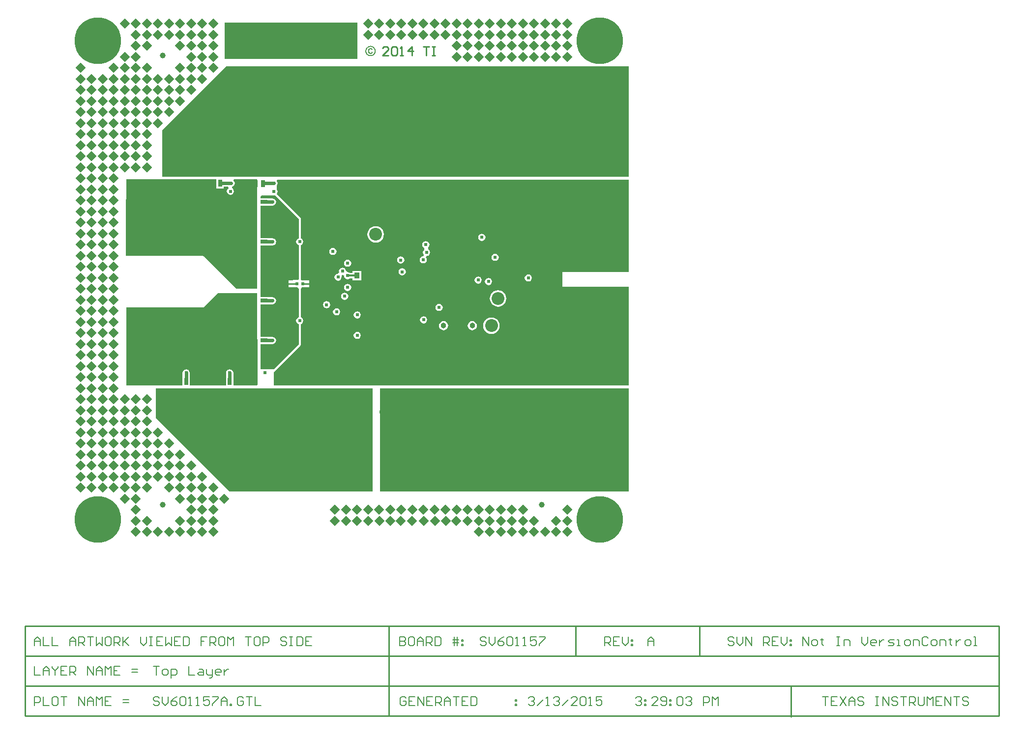
<source format=gtl>
%FSAX25Y25*%
%MOIN*%
G70*
G01*
G75*
G04 Layer_Physical_Order=1*
G04 Layer_Color=255*
%ADD10R,0.90000X0.25000*%
%ADD11R,0.07874X0.07874*%
%ADD12R,0.07480X0.17323*%
%ADD13R,0.02559X0.04724*%
%ADD14R,0.02756X0.01969*%
%ADD15R,0.18504X0.17716*%
%ADD16R,0.21654X0.27559*%
%ADD17C,0.03937*%
%ADD18R,0.07874X0.15748*%
%ADD19R,0.03937X0.44094*%
%ADD20R,0.03937X0.25984*%
%ADD21R,0.10630X0.05118*%
%ADD22R,0.06300X0.05000*%
%ADD23R,0.03740X0.03937*%
%ADD24R,0.04724X0.02559*%
%ADD25R,0.01969X0.02756*%
%ADD26R,0.17716X0.18504*%
%ADD27R,0.07874X0.07874*%
%ADD28P,0.07072X4X90.0*%
%ADD29C,0.02400*%
%ADD30C,0.01200*%
%ADD31C,0.01000*%
%ADD32C,0.00800*%
%ADD33C,0.31496*%
%ADD34C,0.08700*%
%ADD35C,0.47244*%
%ADD36C,0.01575*%
%ADD37C,0.02400*%
%ADD38C,0.03800*%
G36*
X0197702Y0265110D02*
X0196998Y0264400D01*
X0181179D01*
Y0270584D01*
X0181147D01*
Y0272900D01*
X0180961Y0273836D01*
X0180430Y0274630D01*
X0180430D01*
Y0274630D01*
X0179636Y0275161D01*
X0178700Y0275347D01*
X0177764Y0275161D01*
X0176970Y0274630D01*
X0176439Y0273836D01*
X0176253Y0272900D01*
X0176253Y0272900D01*
Y0270584D01*
X0176221D01*
Y0264400D01*
X0151680D01*
Y0270584D01*
X0151647D01*
Y0272900D01*
X0151461Y0273836D01*
X0150930Y0274630D01*
X0150136Y0275161D01*
X0149200Y0275347D01*
X0149200D01*
X0148264Y0275161D01*
X0147470Y0274630D01*
X0146939Y0273836D01*
X0146753Y0272900D01*
Y0272900D01*
Y0270617D01*
X0146721Y0270584D01*
X0146721D01*
Y0264400D01*
X0108700D01*
Y0317400D01*
X0161200D01*
X0170700Y0326900D01*
X0197187D01*
X0197702Y0265110D01*
D02*
G37*
G36*
X0449200Y0192400D02*
X0280700D01*
Y0262400D01*
X0449200D01*
Y0192400D01*
D02*
G37*
G36*
X0209700Y0393400D02*
X0225659Y0377441D01*
X0225676Y0377399D01*
X0225700Y0377279D01*
Y0364248D01*
X0225264Y0364161D01*
X0224470Y0363630D01*
X0223939Y0362836D01*
X0223753Y0361900D01*
X0223939Y0360964D01*
X0224470Y0360170D01*
X0225264Y0359639D01*
X0225700Y0359552D01*
X0225700Y0359552D01*
Y0336507D01*
Y0336507D01*
X0225476Y0336507D01*
X0224700Y0335900D01*
X0218800Y0335800D01*
X0218700Y0335900D01*
Y0330900D01*
X0224700D01*
X0225477Y0329964D01*
X0225691Y0329964D01*
Y0329891D01*
X0225700Y0329843D01*
Y0310748D01*
X0225264Y0310661D01*
X0224470Y0310130D01*
X0223939Y0309336D01*
X0223753Y0308400D01*
X0223939Y0307464D01*
X0224470Y0306670D01*
X0225264Y0306139D01*
X0225700Y0306052D01*
Y0292520D01*
X0225677Y0292405D01*
X0225657Y0292357D01*
X0208700Y0275400D01*
X0199659Y0275400D01*
X0199470Y0275589D01*
Y0292421D01*
X0205384D01*
Y0292453D01*
X0207700D01*
X0208481Y0292608D01*
X0208636Y0292639D01*
X0209430Y0293170D01*
X0209430D01*
X0209785Y0293700D01*
X0209961Y0293964D01*
X0210147Y0294900D01*
X0209961Y0295836D01*
X0209430Y0296630D01*
X0208636Y0297161D01*
X0207700Y0297347D01*
X0207700Y0297347D01*
X0205384D01*
Y0297379D01*
X0199470D01*
Y0319421D01*
X0205384D01*
Y0319453D01*
X0207700D01*
X0208481Y0319608D01*
X0208636Y0319639D01*
X0209430Y0320170D01*
X0209430D01*
X0209785Y0320700D01*
X0209961Y0320964D01*
X0210147Y0321900D01*
X0209961Y0322836D01*
X0209430Y0323630D01*
X0208636Y0324161D01*
X0207700Y0324347D01*
X0207700Y0324347D01*
X0205384D01*
Y0324379D01*
X0199470D01*
Y0359420D01*
X0205384D01*
Y0359453D01*
X0207755D01*
X0208536Y0359608D01*
X0208692Y0359639D01*
X0209485Y0360170D01*
X0209485D01*
X0209840Y0360700D01*
X0210016Y0360964D01*
X0210202Y0361900D01*
X0210016Y0362836D01*
X0209485Y0363630D01*
X0208692Y0364161D01*
X0207755Y0364347D01*
X0207755Y0364347D01*
X0205384D01*
Y0364380D01*
X0199470D01*
Y0386420D01*
X0205384D01*
Y0386453D01*
X0207700D01*
X0208481Y0386608D01*
X0208636Y0386639D01*
X0209430Y0387170D01*
X0209430D01*
X0209785Y0387700D01*
X0209961Y0387964D01*
X0210147Y0388900D01*
X0209961Y0389836D01*
X0209430Y0390630D01*
X0208636Y0391161D01*
X0207700Y0391347D01*
X0207700Y0391347D01*
X0205384D01*
Y0391379D01*
X0199470D01*
Y0392693D01*
X0200177Y0393400D01*
X0209700Y0393400D01*
D02*
G37*
G36*
X0449200Y0341463D02*
X0404263D01*
X0404200Y0341400D01*
Y0331836D01*
Y0331400D01*
X0449200D01*
Y0264400D01*
X0208700D01*
Y0273400D01*
X0226697Y0291398D01*
Y0291733D01*
X0226830Y0291932D01*
X0226923Y0292400D01*
Y0306052D01*
X0226915Y0306095D01*
X0227136Y0306139D01*
X0227930Y0306670D01*
X0228461Y0307464D01*
X0228647Y0308400D01*
X0228461Y0309336D01*
X0227930Y0310130D01*
X0227136Y0310661D01*
X0226915Y0310705D01*
X0226923Y0310748D01*
Y0329964D01*
X0226890Y0330130D01*
X0227200Y0330400D01*
X0227700Y0330900D01*
X0232700D01*
Y0335800D01*
X0227649D01*
X0226923Y0336507D01*
Y0359552D01*
X0226915Y0359595D01*
X0227136Y0359639D01*
X0227930Y0360170D01*
X0228461Y0360964D01*
X0228647Y0361900D01*
X0228461Y0362836D01*
X0227930Y0363630D01*
X0227136Y0364161D01*
X0226915Y0364205D01*
X0226923Y0364248D01*
Y0377400D01*
X0226830Y0377868D01*
X0226700Y0378063D01*
Y0378400D01*
X0210700Y0394400D01*
Y0394768D01*
X0210961Y0395158D01*
X0211147Y0396095D01*
X0210961Y0397031D01*
X0210700Y0397422D01*
Y0400378D01*
X0210961Y0400769D01*
X0211147Y0401705D01*
X0210961Y0402641D01*
X0210788Y0402900D01*
X0211064Y0403900D01*
X0449200D01*
Y0341463D01*
D02*
G37*
G36*
X0275700Y0192400D02*
X0178700D01*
X0128700Y0242400D01*
Y0262400D01*
X0275700D01*
Y0192400D01*
D02*
G37*
G36*
X0197200Y0329900D02*
X0183200D01*
X0160700Y0352400D01*
X0108424D01*
Y0376786D01*
X0108700Y0404400D01*
X0169602D01*
Y0398069D01*
X0174798D01*
Y0399209D01*
X0177667D01*
X0177970Y0398209D01*
X0177470Y0397874D01*
X0176939Y0397080D01*
X0176753Y0396144D01*
X0176939Y0395208D01*
X0177470Y0394414D01*
X0178264Y0393883D01*
X0179200Y0393697D01*
X0180136Y0393883D01*
X0180930Y0394414D01*
X0181461Y0395208D01*
X0181647Y0396144D01*
X0181461Y0397080D01*
X0180930Y0397874D01*
X0180285Y0398306D01*
X0180273Y0398911D01*
X0180391Y0399346D01*
X0180636Y0399395D01*
X0181430Y0399926D01*
X0181961Y0400719D01*
X0182147Y0401656D01*
X0181961Y0402592D01*
X0181430Y0403386D01*
X0181410Y0403400D01*
X0181713Y0404400D01*
X0197200D01*
Y0329900D01*
D02*
G37*
G36*
X0449200Y0405900D02*
X0132810D01*
Y0437510D01*
X0176200Y0480900D01*
X0449200D01*
Y0405900D01*
D02*
G37*
G36*
X0274360Y0494898D02*
X0274440D01*
X0274540Y0494888D01*
X0274650Y0494868D01*
X0274760Y0494848D01*
X0275030Y0494798D01*
X0275320Y0494718D01*
X0275630Y0494598D01*
X0275780Y0494528D01*
X0275940Y0494448D01*
X0275950D01*
X0275980Y0494428D01*
X0276020Y0494398D01*
X0276080Y0494368D01*
X0276150Y0494318D01*
X0276230Y0494258D01*
X0276320Y0494198D01*
X0276420Y0494118D01*
X0276630Y0493938D01*
X0276850Y0493708D01*
X0277060Y0493448D01*
X0277250Y0493148D01*
X0277260Y0493138D01*
X0277270Y0493108D01*
X0277290Y0493068D01*
X0277330Y0492998D01*
X0277360Y0492928D01*
X0277400Y0492838D01*
X0277450Y0492728D01*
X0277490Y0492618D01*
X0277540Y0492488D01*
X0277580Y0492348D01*
X0277660Y0492048D01*
X0277710Y0491728D01*
X0277720Y0491558D01*
X0277730Y0491388D01*
Y0491378D01*
Y0491348D01*
Y0491298D01*
X0277720Y0491228D01*
Y0491148D01*
X0277710Y0491058D01*
X0277690Y0490948D01*
X0277670Y0490828D01*
X0277620Y0490558D01*
X0277530Y0490258D01*
X0277420Y0489948D01*
X0277340Y0489798D01*
X0277260Y0489638D01*
X0277250Y0489628D01*
X0277240Y0489598D01*
X0277210Y0489558D01*
X0277170Y0489498D01*
X0277130Y0489428D01*
X0277070Y0489348D01*
X0277000Y0489258D01*
X0276920Y0489168D01*
X0276740Y0488958D01*
X0276510Y0488738D01*
X0276250Y0488528D01*
X0275960Y0488338D01*
X0275950D01*
X0275920Y0488318D01*
X0275880Y0488298D01*
X0275820Y0488268D01*
X0275740Y0488228D01*
X0275650Y0488188D01*
X0275550Y0488148D01*
X0275430Y0488108D01*
X0275300Y0488068D01*
X0275170Y0488028D01*
X0274870Y0487948D01*
X0274550Y0487898D01*
X0274380Y0487888D01*
X0274210Y0487878D01*
X0274120D01*
X0274050Y0487888D01*
X0273970D01*
X0273880Y0487898D01*
X0273770Y0487918D01*
X0273650Y0487938D01*
X0273380Y0487988D01*
X0273080Y0488068D01*
X0272770Y0488188D01*
X0272620Y0488258D01*
X0272460Y0488338D01*
X0272450Y0488348D01*
X0272420Y0488358D01*
X0272380Y0488388D01*
X0272320Y0488428D01*
X0272250Y0488468D01*
X0272170Y0488528D01*
X0272080Y0488598D01*
X0271990Y0488678D01*
X0271780Y0488858D01*
X0271560Y0489088D01*
X0271350Y0489348D01*
X0271160Y0489638D01*
Y0489648D01*
X0271140Y0489678D01*
X0271120Y0489718D01*
X0271090Y0489778D01*
X0271050Y0489858D01*
X0271010Y0489948D01*
X0270970Y0490048D01*
X0270930Y0490168D01*
X0270890Y0490298D01*
X0270850Y0490428D01*
X0270770Y0490728D01*
X0270720Y0491048D01*
X0270710Y0491218D01*
X0270700Y0491388D01*
Y0491398D01*
Y0491428D01*
Y0491478D01*
X0270710Y0491548D01*
Y0491628D01*
X0270730Y0491728D01*
X0270740Y0491828D01*
X0270760Y0491958D01*
X0270820Y0492218D01*
X0270900Y0492518D01*
X0271020Y0492828D01*
X0271090Y0492988D01*
X0271170Y0493148D01*
X0271180Y0493158D01*
X0271190Y0493188D01*
X0271220Y0493228D01*
X0271260Y0493288D01*
X0271300Y0493358D01*
X0271360Y0493438D01*
X0271430Y0493528D01*
X0271510Y0493628D01*
X0271690Y0493838D01*
X0271920Y0494058D01*
X0272180Y0494268D01*
X0272470Y0494448D01*
X0272480Y0494458D01*
X0272510Y0494468D01*
X0272550Y0494488D01*
X0272620Y0494518D01*
X0272690Y0494558D01*
X0272780Y0494598D01*
X0272890Y0494638D01*
X0273000Y0494678D01*
X0273130Y0494718D01*
X0273260Y0494758D01*
X0273560Y0494838D01*
X0273880Y0494888D01*
X0274040Y0494908D01*
X0274300D01*
X0274360Y0494898D01*
D02*
G37*
%LPC*%
G36*
X0265200Y0314634D02*
X0264264Y0314448D01*
X0263470Y0313918D01*
X0262939Y0313124D01*
X0262753Y0312187D01*
X0262939Y0311251D01*
X0263470Y0310457D01*
X0264264Y0309927D01*
X0265200Y0309740D01*
X0266136Y0309927D01*
X0266930Y0310457D01*
X0267461Y0311251D01*
X0267647Y0312187D01*
X0267461Y0313124D01*
X0266930Y0313918D01*
X0266136Y0314448D01*
X0265200Y0314634D01*
D02*
G37*
G36*
X0310200Y0311347D02*
X0309264Y0311161D01*
X0308470Y0310630D01*
X0307939Y0309836D01*
X0307753Y0308900D01*
X0307939Y0307964D01*
X0308470Y0307170D01*
X0309264Y0306639D01*
X0310200Y0306453D01*
X0311136Y0306639D01*
X0311930Y0307170D01*
X0312461Y0307964D01*
X0312647Y0308900D01*
X0312461Y0309836D01*
X0311930Y0310630D01*
X0311136Y0311161D01*
X0310200Y0311347D01*
D02*
G37*
G36*
X0244444Y0321591D02*
X0243508Y0321405D01*
X0242714Y0320874D01*
X0242183Y0320080D01*
X0241997Y0319144D01*
X0242183Y0318208D01*
X0242714Y0317414D01*
X0243508Y0316883D01*
X0244444Y0316697D01*
X0245380Y0316883D01*
X0246174Y0317414D01*
X0246705Y0318208D01*
X0246891Y0319144D01*
X0246705Y0320080D01*
X0246174Y0320874D01*
X0245380Y0321405D01*
X0244444Y0321591D01*
D02*
G37*
G36*
X0320700Y0319847D02*
X0319764Y0319661D01*
X0318970Y0319130D01*
X0318439Y0318336D01*
X0318253Y0317400D01*
X0318439Y0316464D01*
X0318970Y0315670D01*
X0319764Y0315139D01*
X0320700Y0314953D01*
X0321636Y0315139D01*
X0322430Y0315670D01*
X0322961Y0316464D01*
X0323147Y0317400D01*
X0322961Y0318336D01*
X0322430Y0319130D01*
X0321636Y0319661D01*
X0320700Y0319847D01*
D02*
G37*
G36*
X0251200Y0316847D02*
X0250264Y0316661D01*
X0249470Y0316130D01*
X0248939Y0315336D01*
X0248753Y0314400D01*
X0248939Y0313464D01*
X0249470Y0312670D01*
X0250264Y0312139D01*
X0251200Y0311953D01*
X0252136Y0312139D01*
X0252930Y0312670D01*
X0253461Y0313464D01*
X0253647Y0314400D01*
X0253461Y0315336D01*
X0252930Y0316130D01*
X0252136Y0316661D01*
X0251200Y0316847D01*
D02*
G37*
G36*
X0265200Y0300847D02*
X0264264Y0300661D01*
X0263470Y0300130D01*
X0262939Y0299336D01*
X0262753Y0298400D01*
X0262939Y0297464D01*
X0263470Y0296670D01*
X0264264Y0296139D01*
X0265200Y0295953D01*
X0266136Y0296139D01*
X0266930Y0296670D01*
X0267461Y0297464D01*
X0267647Y0298400D01*
X0267461Y0299336D01*
X0266930Y0300130D01*
X0266136Y0300661D01*
X0265200Y0300847D01*
D02*
G37*
G36*
X0274210Y0494208D02*
X0274140D01*
X0274090Y0494198D01*
X0274020D01*
X0273950Y0494188D01*
X0273860Y0494178D01*
X0273770Y0494158D01*
X0273550Y0494118D01*
X0273320Y0494048D01*
X0273070Y0493958D01*
X0272820Y0493838D01*
X0272810D01*
X0272790Y0493818D01*
X0272760Y0493798D01*
X0272710Y0493768D01*
X0272650Y0493738D01*
X0272590Y0493688D01*
X0272440Y0493578D01*
X0272270Y0493428D01*
X0272090Y0493248D01*
X0271920Y0493038D01*
X0271770Y0492798D01*
Y0492788D01*
X0271750Y0492768D01*
X0271740Y0492728D01*
X0271710Y0492678D01*
X0271680Y0492618D01*
X0271650Y0492548D01*
X0271620Y0492468D01*
X0271590Y0492368D01*
X0271520Y0492158D01*
X0271460Y0491918D01*
X0271420Y0491658D01*
X0271400Y0491388D01*
Y0491378D01*
Y0491358D01*
Y0491318D01*
X0271410Y0491268D01*
Y0491198D01*
X0271420Y0491118D01*
X0271430Y0491038D01*
X0271450Y0490938D01*
X0271490Y0490728D01*
X0271560Y0490488D01*
X0271650Y0490238D01*
X0271770Y0489988D01*
Y0489978D01*
X0271790Y0489958D01*
X0271810Y0489928D01*
X0271840Y0489878D01*
X0271880Y0489818D01*
X0271920Y0489758D01*
X0272040Y0489608D01*
X0272190Y0489438D01*
X0272370Y0489268D01*
X0272570Y0489098D01*
X0272810Y0488948D01*
X0272820D01*
X0272840Y0488928D01*
X0272880Y0488918D01*
X0272930Y0488888D01*
X0272990Y0488858D01*
X0273060Y0488828D01*
X0273140Y0488798D01*
X0273240Y0488768D01*
X0273450Y0488698D01*
X0273680Y0488638D01*
X0273940Y0488598D01*
X0274210Y0488578D01*
X0274280D01*
X0274330Y0488588D01*
X0274400D01*
X0274480Y0488598D01*
X0274560Y0488608D01*
X0274660Y0488628D01*
X0274870Y0488668D01*
X0275110Y0488738D01*
X0275360Y0488828D01*
X0275610Y0488948D01*
X0275620D01*
X0275640Y0488968D01*
X0275670Y0488988D01*
X0275720Y0489018D01*
X0275780Y0489058D01*
X0275840Y0489098D01*
X0275990Y0489218D01*
X0276160Y0489368D01*
X0276330Y0489548D01*
X0276500Y0489748D01*
X0276650Y0489988D01*
Y0489998D01*
X0276670Y0490018D01*
X0276690Y0490058D01*
X0276710Y0490108D01*
X0276740Y0490168D01*
X0276770Y0490238D01*
X0276800Y0490318D01*
X0276840Y0490418D01*
X0276910Y0490628D01*
X0276970Y0490858D01*
X0277010Y0491118D01*
X0277030Y0491388D01*
Y0491398D01*
Y0491418D01*
Y0491458D01*
X0277020Y0491518D01*
Y0491578D01*
X0277010Y0491658D01*
X0277000Y0491748D01*
X0276980Y0491838D01*
X0276940Y0492058D01*
X0276870Y0492298D01*
X0276780Y0492548D01*
X0276650Y0492798D01*
Y0492808D01*
X0276630Y0492828D01*
X0276610Y0492868D01*
X0276580Y0492908D01*
X0276540Y0492968D01*
X0276490Y0493028D01*
X0276380Y0493188D01*
X0276230Y0493348D01*
X0276050Y0493528D01*
X0275840Y0493688D01*
X0275600Y0493838D01*
X0275590D01*
X0275570Y0493858D01*
X0275530Y0493868D01*
X0275480Y0493898D01*
X0275420Y0493928D01*
X0275350Y0493958D01*
X0275270Y0493988D01*
X0275180Y0494028D01*
X0274970Y0494088D01*
X0274730Y0494148D01*
X0274480Y0494188D01*
X0274210Y0494208D01*
D02*
G37*
G36*
X0356200Y0310498D02*
X0354751Y0310307D01*
X0353401Y0309748D01*
X0352242Y0308858D01*
X0351352Y0307699D01*
X0350793Y0306349D01*
X0350602Y0304900D01*
X0350793Y0303451D01*
X0351352Y0302101D01*
X0352242Y0300942D01*
X0353401Y0300052D01*
X0354751Y0299493D01*
X0356200Y0299302D01*
X0357649Y0299493D01*
X0358999Y0300052D01*
X0360158Y0300942D01*
X0361048Y0302101D01*
X0361607Y0303451D01*
X0361798Y0304900D01*
X0361607Y0306349D01*
X0361048Y0307699D01*
X0360158Y0308858D01*
X0358999Y0309748D01*
X0357649Y0310307D01*
X0356200Y0310498D01*
D02*
G37*
G36*
X0343200Y0308027D02*
X0342391Y0307920D01*
X0341637Y0307608D01*
X0340989Y0307111D01*
X0340492Y0306463D01*
X0340180Y0305709D01*
X0340073Y0304900D01*
X0340180Y0304091D01*
X0340492Y0303337D01*
X0340989Y0302689D01*
X0341637Y0302192D01*
X0342391Y0301880D01*
X0343200Y0301773D01*
X0344009Y0301880D01*
X0344763Y0302192D01*
X0345411Y0302689D01*
X0345908Y0303337D01*
X0346220Y0304091D01*
X0346327Y0304900D01*
X0346220Y0305709D01*
X0345908Y0306463D01*
X0345411Y0307111D01*
X0344763Y0307608D01*
X0344009Y0307920D01*
X0343200Y0308027D01*
D02*
G37*
G36*
X0323700D02*
X0322891Y0307920D01*
X0322137Y0307608D01*
X0321489Y0307111D01*
X0320992Y0306463D01*
X0320680Y0305709D01*
X0320573Y0304900D01*
X0320680Y0304091D01*
X0320992Y0303337D01*
X0321489Y0302689D01*
X0322137Y0302192D01*
X0322891Y0301880D01*
X0323700Y0301773D01*
X0324509Y0301880D01*
X0325263Y0302192D01*
X0325911Y0302689D01*
X0326408Y0303337D01*
X0326720Y0304091D01*
X0326827Y0304900D01*
X0326720Y0305709D01*
X0326408Y0306463D01*
X0325911Y0307111D01*
X0325263Y0307608D01*
X0324509Y0307920D01*
X0323700Y0308027D01*
D02*
G37*
G36*
X0311700Y0362347D02*
X0310764Y0362161D01*
X0309970Y0361630D01*
X0309439Y0360836D01*
X0309253Y0359900D01*
X0309439Y0358964D01*
X0309970Y0358170D01*
X0310590Y0357756D01*
X0310729Y0357034D01*
X0310706Y0356631D01*
X0310470Y0356473D01*
X0309939Y0355679D01*
X0309753Y0354743D01*
X0309939Y0353806D01*
X0310393Y0353127D01*
X0310225Y0352641D01*
X0309919Y0352178D01*
X0309043Y0352003D01*
X0308249Y0351473D01*
X0307719Y0350679D01*
X0307533Y0349743D01*
X0307719Y0348806D01*
X0308249Y0348012D01*
X0309043Y0347482D01*
X0309980Y0347295D01*
X0310916Y0347482D01*
X0311710Y0348012D01*
X0312240Y0348806D01*
X0312427Y0349743D01*
X0312240Y0350679D01*
X0311787Y0351358D01*
X0311955Y0351844D01*
X0312261Y0352308D01*
X0313136Y0352482D01*
X0313930Y0353012D01*
X0314461Y0353806D01*
X0314647Y0354743D01*
X0314461Y0355679D01*
X0313930Y0356473D01*
X0313311Y0356887D01*
X0313171Y0357608D01*
X0313193Y0358012D01*
X0313430Y0358170D01*
X0313961Y0358964D01*
X0314147Y0359900D01*
X0313961Y0360836D01*
X0313430Y0361630D01*
X0312636Y0362161D01*
X0311700Y0362347D01*
D02*
G37*
G36*
X0294700Y0351910D02*
X0293764Y0351724D01*
X0292970Y0351193D01*
X0292439Y0350399D01*
X0292253Y0349463D01*
X0292439Y0348527D01*
X0292970Y0347733D01*
X0293764Y0347202D01*
X0294700Y0347016D01*
X0295637Y0347202D01*
X0296430Y0347733D01*
X0296961Y0348527D01*
X0297147Y0349463D01*
X0296961Y0350399D01*
X0296430Y0351193D01*
X0295637Y0351724D01*
X0294700Y0351910D01*
D02*
G37*
G36*
X0258700Y0349847D02*
X0257764Y0349661D01*
X0256970Y0349130D01*
X0256439Y0348336D01*
X0256253Y0347400D01*
X0256439Y0346464D01*
X0256970Y0345670D01*
X0257764Y0345139D01*
X0258700Y0344953D01*
X0259636Y0345139D01*
X0260430Y0345670D01*
X0260961Y0346464D01*
X0261147Y0347400D01*
X0260961Y0348336D01*
X0260430Y0349130D01*
X0259636Y0349661D01*
X0258700Y0349847D01*
D02*
G37*
G36*
X0358700Y0353847D02*
X0357764Y0353661D01*
X0356970Y0353130D01*
X0356439Y0352336D01*
X0356253Y0351400D01*
X0356439Y0350464D01*
X0356970Y0349670D01*
X0357764Y0349139D01*
X0358700Y0348953D01*
X0359636Y0349139D01*
X0360430Y0349670D01*
X0360961Y0350464D01*
X0361147Y0351400D01*
X0360961Y0352336D01*
X0360430Y0353130D01*
X0359636Y0353661D01*
X0358700Y0353847D01*
D02*
G37*
G36*
X0349700Y0367347D02*
X0348764Y0367161D01*
X0347970Y0366630D01*
X0347439Y0365836D01*
X0347253Y0364900D01*
X0347439Y0363964D01*
X0347970Y0363170D01*
X0348764Y0362639D01*
X0349700Y0362453D01*
X0350636Y0362639D01*
X0351430Y0363170D01*
X0351961Y0363964D01*
X0352147Y0364900D01*
X0351961Y0365836D01*
X0351430Y0366630D01*
X0350636Y0367161D01*
X0349700Y0367347D01*
D02*
G37*
G36*
X0277700Y0372498D02*
X0276251Y0372307D01*
X0274901Y0371748D01*
X0273742Y0370858D01*
X0272852Y0369699D01*
X0272293Y0368349D01*
X0272102Y0366900D01*
X0272293Y0365451D01*
X0272852Y0364101D01*
X0273742Y0362942D01*
X0274901Y0362052D01*
X0276251Y0361493D01*
X0277700Y0361302D01*
X0279149Y0361493D01*
X0280499Y0362052D01*
X0281658Y0362942D01*
X0282548Y0364101D01*
X0283107Y0365451D01*
X0283298Y0366900D01*
X0283107Y0368349D01*
X0282548Y0369699D01*
X0281658Y0370858D01*
X0280499Y0371748D01*
X0279149Y0372307D01*
X0277700Y0372498D01*
D02*
G37*
G36*
X0248700Y0357847D02*
X0247764Y0357661D01*
X0246970Y0357130D01*
X0246439Y0356336D01*
X0246253Y0355400D01*
X0246439Y0354464D01*
X0246970Y0353670D01*
X0247764Y0353139D01*
X0248700Y0352953D01*
X0249636Y0353139D01*
X0250430Y0353670D01*
X0250961Y0354464D01*
X0251147Y0355400D01*
X0250961Y0356336D01*
X0250430Y0357130D01*
X0249636Y0357661D01*
X0248700Y0357847D01*
D02*
G37*
G36*
X0295700Y0343910D02*
X0294764Y0343724D01*
X0293970Y0343193D01*
X0293439Y0342399D01*
X0293253Y0341463D01*
X0293439Y0340527D01*
X0293970Y0339733D01*
X0294764Y0339202D01*
X0295700Y0339016D01*
X0296637Y0339202D01*
X0297430Y0339733D01*
X0297961Y0340527D01*
X0298147Y0341463D01*
X0297961Y0342399D01*
X0297430Y0343193D01*
X0296637Y0343724D01*
X0295700Y0343910D01*
D02*
G37*
G36*
X0258700Y0333347D02*
X0257764Y0333161D01*
X0256970Y0332630D01*
X0256439Y0331836D01*
X0256253Y0330900D01*
X0256439Y0329964D01*
X0256970Y0329170D01*
X0257764Y0328639D01*
X0258700Y0328453D01*
X0259636Y0328639D01*
X0260430Y0329170D01*
X0260961Y0329964D01*
X0261147Y0330900D01*
X0260961Y0331836D01*
X0260430Y0332630D01*
X0259636Y0333161D01*
X0258700Y0333347D01*
D02*
G37*
G36*
X0256700Y0327347D02*
X0255764Y0327161D01*
X0254970Y0326630D01*
X0254439Y0325836D01*
X0254253Y0324900D01*
X0254439Y0323964D01*
X0254970Y0323170D01*
X0255764Y0322639D01*
X0256700Y0322453D01*
X0257636Y0322639D01*
X0258430Y0323170D01*
X0258961Y0323964D01*
X0259147Y0324900D01*
X0258961Y0325836D01*
X0258430Y0326630D01*
X0257636Y0327161D01*
X0256700Y0327347D01*
D02*
G37*
G36*
X0360700Y0328998D02*
X0359251Y0328807D01*
X0357901Y0328248D01*
X0356742Y0327358D01*
X0355852Y0326199D01*
X0355293Y0324849D01*
X0355102Y0323400D01*
X0355293Y0321951D01*
X0355852Y0320601D01*
X0356742Y0319442D01*
X0357901Y0318552D01*
X0359251Y0317993D01*
X0360700Y0317802D01*
X0362149Y0317993D01*
X0363499Y0318552D01*
X0364658Y0319442D01*
X0365548Y0320601D01*
X0366107Y0321951D01*
X0366298Y0323400D01*
X0366107Y0324849D01*
X0365548Y0326199D01*
X0364658Y0327358D01*
X0363499Y0328248D01*
X0362149Y0328807D01*
X0360700Y0328998D01*
D02*
G37*
G36*
X0354200Y0337347D02*
X0353264Y0337161D01*
X0352470Y0336630D01*
X0351939Y0335836D01*
X0351753Y0334900D01*
X0351939Y0333964D01*
X0352470Y0333170D01*
X0353264Y0332639D01*
X0354200Y0332453D01*
X0355136Y0332639D01*
X0355930Y0333170D01*
X0356461Y0333964D01*
X0356647Y0334900D01*
X0356461Y0335836D01*
X0355930Y0336630D01*
X0355136Y0337161D01*
X0354200Y0337347D01*
D02*
G37*
G36*
X0381200Y0339847D02*
X0380264Y0339661D01*
X0379470Y0339130D01*
X0378939Y0338336D01*
X0378753Y0337400D01*
X0378939Y0336464D01*
X0379470Y0335670D01*
X0380264Y0335139D01*
X0381200Y0334953D01*
X0382136Y0335139D01*
X0382930Y0335670D01*
X0383461Y0336464D01*
X0383647Y0337400D01*
X0383461Y0338336D01*
X0382930Y0339130D01*
X0382136Y0339661D01*
X0381200Y0339847D01*
D02*
G37*
G36*
X0255200Y0344347D02*
X0254264Y0344161D01*
X0253470Y0343630D01*
X0252939Y0342836D01*
X0252753Y0341900D01*
X0252886Y0341230D01*
X0252331Y0340457D01*
X0252200Y0340347D01*
X0251264Y0340161D01*
X0250470Y0339630D01*
X0249939Y0338836D01*
X0249753Y0337900D01*
X0249939Y0336964D01*
X0250470Y0336170D01*
X0251264Y0335639D01*
X0252200Y0335453D01*
X0253136Y0335639D01*
X0253930Y0336170D01*
X0254461Y0336964D01*
X0254647Y0337900D01*
X0254514Y0338570D01*
X0255069Y0339343D01*
X0255200Y0339453D01*
X0255349Y0339483D01*
X0256253Y0338900D01*
X0256439Y0337964D01*
X0256970Y0337170D01*
X0257764Y0336639D01*
X0258700Y0336453D01*
X0259636Y0336639D01*
X0260376Y0337134D01*
X0261992D01*
Y0335800D01*
X0268132D01*
Y0342137D01*
X0261992D01*
Y0340804D01*
X0260170D01*
X0259636Y0341161D01*
X0258700Y0341347D01*
X0258551Y0341317D01*
X0257647Y0341900D01*
X0257461Y0342836D01*
X0256930Y0343630D01*
X0256136Y0344161D01*
X0255200Y0344347D01*
D02*
G37*
G36*
X0347200Y0338347D02*
X0346264Y0338161D01*
X0345470Y0337630D01*
X0344939Y0336836D01*
X0344753Y0335900D01*
X0344939Y0334964D01*
X0345470Y0334170D01*
X0346264Y0333639D01*
X0347200Y0333453D01*
X0348136Y0333639D01*
X0348930Y0334170D01*
X0349461Y0334964D01*
X0349647Y0335900D01*
X0349461Y0336836D01*
X0348930Y0337630D01*
X0348136Y0338161D01*
X0347200Y0338347D01*
D02*
G37*
%LPD*%
G36*
X0274470Y0493318D02*
X0274600Y0493298D01*
X0274750Y0493258D01*
X0274900Y0493208D01*
X0275060Y0493138D01*
X0275210Y0493048D01*
X0275230Y0493038D01*
X0275270Y0492998D01*
X0275340Y0492928D01*
X0275430Y0492838D01*
X0275520Y0492718D01*
X0275620Y0492578D01*
X0275710Y0492398D01*
X0275800Y0492198D01*
X0275060Y0492028D01*
X0275050Y0492038D01*
X0275040Y0492078D01*
X0275010Y0492138D01*
X0274970Y0492208D01*
X0274860Y0492368D01*
X0274800Y0492448D01*
X0274720Y0492508D01*
X0274710Y0492518D01*
X0274680Y0492538D01*
X0274640Y0492558D01*
X0274590Y0492588D01*
X0274520Y0492618D01*
X0274440Y0492648D01*
X0274350Y0492658D01*
X0274250Y0492668D01*
X0274180D01*
X0274100Y0492648D01*
X0274010Y0492628D01*
X0273900Y0492588D01*
X0273790Y0492538D01*
X0273670Y0492458D01*
X0273570Y0492348D01*
X0273560Y0492338D01*
X0273530Y0492288D01*
X0273490Y0492218D01*
X0273440Y0492108D01*
X0273390Y0491978D01*
X0273350Y0491808D01*
X0273320Y0491608D01*
X0273310Y0491378D01*
Y0491368D01*
Y0491348D01*
Y0491318D01*
Y0491268D01*
X0273320Y0491148D01*
X0273340Y0491008D01*
X0273370Y0490848D01*
X0273420Y0490678D01*
X0273480Y0490528D01*
X0273560Y0490398D01*
X0273570Y0490388D01*
X0273610Y0490348D01*
X0273660Y0490298D01*
X0273740Y0490248D01*
X0273830Y0490188D01*
X0273930Y0490138D01*
X0274050Y0490098D01*
X0274180Y0490088D01*
X0274230D01*
X0274290Y0490098D01*
X0274360Y0490108D01*
X0274450Y0490128D01*
X0274530Y0490168D01*
X0274620Y0490208D01*
X0274710Y0490268D01*
X0274720Y0490278D01*
X0274750Y0490308D01*
X0274790Y0490348D01*
X0274840Y0490408D01*
X0274890Y0490498D01*
X0274950Y0490598D01*
X0275010Y0490718D01*
X0275060Y0490868D01*
X0275800Y0490618D01*
Y0490608D01*
X0275790Y0490588D01*
X0275780Y0490558D01*
X0275770Y0490518D01*
X0275720Y0490418D01*
X0275660Y0490288D01*
X0275580Y0490148D01*
X0275480Y0489998D01*
X0275360Y0489858D01*
X0275220Y0489728D01*
X0275200Y0489718D01*
X0275150Y0489678D01*
X0275060Y0489638D01*
X0274950Y0489578D01*
X0274810Y0489528D01*
X0274650Y0489478D01*
X0274460Y0489438D01*
X0274260Y0489428D01*
X0274190D01*
X0274130Y0489438D01*
X0274060Y0489448D01*
X0273990Y0489458D01*
X0273810Y0489488D01*
X0273610Y0489548D01*
X0273400Y0489648D01*
X0273290Y0489698D01*
X0273190Y0489768D01*
X0273090Y0489848D01*
X0272990Y0489938D01*
X0272980Y0489948D01*
X0272970Y0489958D01*
X0272950Y0489988D01*
X0272910Y0490028D01*
X0272880Y0490088D01*
X0272840Y0490148D01*
X0272790Y0490218D01*
X0272750Y0490308D01*
X0272700Y0490398D01*
X0272660Y0490508D01*
X0272610Y0490618D01*
X0272580Y0490748D01*
X0272520Y0491028D01*
X0272510Y0491188D01*
X0272500Y0491348D01*
Y0491358D01*
Y0491378D01*
Y0491408D01*
Y0491448D01*
X0272510Y0491558D01*
X0272530Y0491698D01*
X0272550Y0491868D01*
X0272590Y0492038D01*
X0272640Y0492218D01*
X0272710Y0492398D01*
Y0492408D01*
X0272720Y0492418D01*
X0272750Y0492478D01*
X0272800Y0492558D01*
X0272870Y0492658D01*
X0272960Y0492778D01*
X0273070Y0492888D01*
X0273200Y0492998D01*
X0273340Y0493098D01*
X0273360Y0493108D01*
X0273410Y0493138D01*
X0273500Y0493168D01*
X0273610Y0493218D01*
X0273750Y0493258D01*
X0273910Y0493288D01*
X0274080Y0493318D01*
X0274270Y0493328D01*
X0274360D01*
X0274470Y0493318D01*
D02*
G37*
G54D10*
X0220200Y0498400D02*
D03*
G54D11*
X0136200Y0269274D02*
D03*
Y0253526D02*
D03*
G54D12*
X0309700Y0280526D02*
D03*
Y0246274D02*
D03*
X0355700Y0280526D02*
D03*
Y0246274D02*
D03*
G54D13*
X0201200Y0401278D02*
D03*
X0196200D02*
D03*
X0191200D02*
D03*
X0186200D02*
D03*
X0149200Y0267022D02*
D03*
X0154200D02*
D03*
X0159200D02*
D03*
X0164200D02*
D03*
X0178700D02*
D03*
X0183700D02*
D03*
X0188700D02*
D03*
X0193700D02*
D03*
X0172200Y0401778D02*
D03*
X0167200D02*
D03*
X0162200D02*
D03*
X0157200D02*
D03*
G54D14*
X0185826Y0424900D02*
D03*
X0191042D02*
D03*
X0196358D02*
D03*
X0201574D02*
D03*
X0164574Y0243400D02*
D03*
X0159358D02*
D03*
X0154042D02*
D03*
X0148826D02*
D03*
X0194074D02*
D03*
X0188857D02*
D03*
X0183543D02*
D03*
X0178326D02*
D03*
X0156826Y0425400D02*
D03*
X0162042D02*
D03*
X0167358D02*
D03*
X0172574D02*
D03*
G54D15*
X0193700Y0415058D02*
D03*
X0156700Y0253242D02*
D03*
X0186200D02*
D03*
X0164700Y0415557D02*
D03*
G54D16*
X0125700Y0302420D02*
D03*
Y0367380D02*
D03*
G54D17*
X0390200Y0183400D02*
D03*
X0133200Y0488400D02*
D03*
Y0183400D02*
D03*
G54D18*
X0333200Y0420648D02*
D03*
Y0389152D02*
D03*
G54D19*
X0216415Y0333400D02*
D03*
X0234525D02*
D03*
G54D20*
X0284499Y0246400D02*
D03*
X0271901D02*
D03*
G54D21*
X0219070Y0409109D02*
D03*
Y0397691D02*
D03*
X0217385Y0258691D02*
D03*
Y0270109D02*
D03*
X0231385Y0258691D02*
D03*
Y0270109D02*
D03*
X0245354Y0258691D02*
D03*
Y0270109D02*
D03*
X0259385Y0258691D02*
D03*
Y0270109D02*
D03*
X0260700Y0409109D02*
D03*
Y0397691D02*
D03*
X0246700Y0409109D02*
D03*
Y0397691D02*
D03*
X0232700Y0409109D02*
D03*
Y0397691D02*
D03*
G54D22*
X0399200Y0259400D02*
D03*
Y0267400D02*
D03*
G54D23*
X0265062Y0332670D02*
D03*
Y0338969D02*
D03*
G54D24*
X0201822Y0321900D02*
D03*
Y0316900D02*
D03*
Y0311900D02*
D03*
Y0306900D02*
D03*
Y0294900D02*
D03*
Y0289900D02*
D03*
Y0284900D02*
D03*
Y0279900D02*
D03*
Y0361900D02*
D03*
Y0356900D02*
D03*
Y0351900D02*
D03*
Y0346900D02*
D03*
Y0388900D02*
D03*
Y0383900D02*
D03*
Y0378900D02*
D03*
Y0373900D02*
D03*
G54D25*
X0178200Y0306526D02*
D03*
Y0311742D02*
D03*
Y0317057D02*
D03*
Y0322274D02*
D03*
Y0279526D02*
D03*
Y0284742D02*
D03*
Y0290057D02*
D03*
Y0295274D02*
D03*
Y0346526D02*
D03*
Y0351743D02*
D03*
Y0357057D02*
D03*
Y0362274D02*
D03*
Y0373526D02*
D03*
Y0378743D02*
D03*
Y0384057D02*
D03*
Y0389274D02*
D03*
G54D26*
X0188042Y0314400D02*
D03*
Y0287400D02*
D03*
Y0354400D02*
D03*
Y0381400D02*
D03*
G54D27*
X0203574Y0334400D02*
D03*
X0187826D02*
D03*
G54D28*
X0310200Y0172400D02*
D03*
X0317900Y0172300D02*
D03*
X0325400D02*
D03*
X0332400D02*
D03*
X0339900D02*
D03*
X0407500Y0510000D02*
D03*
Y0502500D02*
D03*
Y0495000D02*
D03*
Y0487500D02*
D03*
Y0180000D02*
D03*
Y0172500D02*
D03*
Y0165000D02*
D03*
X0400000Y0510000D02*
D03*
Y0502500D02*
D03*
Y0495000D02*
D03*
Y0487500D02*
D03*
Y0172500D02*
D03*
Y0165000D02*
D03*
X0392500Y0510000D02*
D03*
Y0502500D02*
D03*
Y0495000D02*
D03*
Y0487500D02*
D03*
Y0165000D02*
D03*
X0385000Y0510000D02*
D03*
Y0502500D02*
D03*
Y0495000D02*
D03*
Y0487500D02*
D03*
Y0172500D02*
D03*
Y0165000D02*
D03*
X0377500Y0510000D02*
D03*
Y0502500D02*
D03*
Y0495000D02*
D03*
Y0487500D02*
D03*
Y0180000D02*
D03*
Y0172500D02*
D03*
Y0165000D02*
D03*
X0370000Y0510000D02*
D03*
Y0502500D02*
D03*
Y0495000D02*
D03*
Y0487500D02*
D03*
Y0180000D02*
D03*
Y0172500D02*
D03*
Y0165000D02*
D03*
X0362500Y0510000D02*
D03*
Y0502500D02*
D03*
Y0495000D02*
D03*
Y0487500D02*
D03*
Y0180000D02*
D03*
Y0172500D02*
D03*
Y0165000D02*
D03*
X0355000Y0510000D02*
D03*
Y0502500D02*
D03*
Y0495000D02*
D03*
Y0487500D02*
D03*
Y0180000D02*
D03*
Y0172500D02*
D03*
Y0165000D02*
D03*
X0347500Y0510000D02*
D03*
Y0502500D02*
D03*
Y0495000D02*
D03*
Y0487500D02*
D03*
Y0180000D02*
D03*
Y0172500D02*
D03*
Y0165000D02*
D03*
X0340000Y0510000D02*
D03*
Y0502500D02*
D03*
Y0495000D02*
D03*
Y0487500D02*
D03*
Y0180000D02*
D03*
X0302200Y0172400D02*
D03*
X0294700D02*
D03*
X0332500Y0510000D02*
D03*
Y0502500D02*
D03*
Y0495000D02*
D03*
Y0487500D02*
D03*
Y0180000D02*
D03*
X0287700Y0172400D02*
D03*
X0280200D02*
D03*
X0325000Y0510000D02*
D03*
Y0502500D02*
D03*
Y0180000D02*
D03*
X0317500Y0510000D02*
D03*
Y0502500D02*
D03*
Y0180000D02*
D03*
X0310000Y0510000D02*
D03*
Y0502500D02*
D03*
Y0180000D02*
D03*
X0302500Y0510000D02*
D03*
Y0502500D02*
D03*
Y0180000D02*
D03*
X0295000Y0510000D02*
D03*
Y0502500D02*
D03*
Y0180000D02*
D03*
X0287500Y0510000D02*
D03*
Y0502500D02*
D03*
Y0180000D02*
D03*
X0280000Y0510000D02*
D03*
Y0502500D02*
D03*
Y0180000D02*
D03*
X0272500Y0510000D02*
D03*
Y0502500D02*
D03*
Y0180000D02*
D03*
Y0172500D02*
D03*
X0265000Y0180000D02*
D03*
Y0172500D02*
D03*
X0257500Y0180000D02*
D03*
Y0172500D02*
D03*
X0250000Y0180000D02*
D03*
Y0172500D02*
D03*
X0167500D02*
D03*
Y0165000D02*
D03*
X0160000Y0172500D02*
D03*
Y0165000D02*
D03*
X0152500Y0172500D02*
D03*
Y0165000D02*
D03*
X0145000Y0172500D02*
D03*
Y0165000D02*
D03*
X0137500D02*
D03*
X0130000D02*
D03*
X0175000Y0187500D02*
D03*
X0167500Y0510000D02*
D03*
Y0502500D02*
D03*
Y0495000D02*
D03*
Y0487500D02*
D03*
Y0480000D02*
D03*
Y0195000D02*
D03*
Y0187500D02*
D03*
Y0180000D02*
D03*
X0160000Y0510000D02*
D03*
Y0502500D02*
D03*
Y0495000D02*
D03*
Y0487500D02*
D03*
Y0480000D02*
D03*
Y0472500D02*
D03*
Y0202500D02*
D03*
Y0195000D02*
D03*
Y0187500D02*
D03*
Y0180000D02*
D03*
X0152500Y0510000D02*
D03*
Y0502500D02*
D03*
Y0495000D02*
D03*
Y0487500D02*
D03*
Y0480000D02*
D03*
Y0472500D02*
D03*
Y0465000D02*
D03*
Y0210000D02*
D03*
Y0202500D02*
D03*
Y0195000D02*
D03*
Y0187500D02*
D03*
Y0180000D02*
D03*
X0145000Y0510000D02*
D03*
Y0502500D02*
D03*
Y0495000D02*
D03*
Y0480000D02*
D03*
Y0472500D02*
D03*
Y0465000D02*
D03*
Y0457500D02*
D03*
Y0217500D02*
D03*
Y0210000D02*
D03*
Y0202500D02*
D03*
Y0195000D02*
D03*
Y0187500D02*
D03*
X0137500Y0510000D02*
D03*
Y0502500D02*
D03*
Y0472500D02*
D03*
Y0465000D02*
D03*
Y0457500D02*
D03*
Y0450000D02*
D03*
Y0225000D02*
D03*
Y0217500D02*
D03*
Y0210000D02*
D03*
Y0202500D02*
D03*
Y0195000D02*
D03*
X0130000Y0510000D02*
D03*
Y0502500D02*
D03*
Y0472500D02*
D03*
Y0465000D02*
D03*
Y0457500D02*
D03*
Y0450000D02*
D03*
Y0442500D02*
D03*
Y0232500D02*
D03*
Y0225000D02*
D03*
Y0217500D02*
D03*
Y0210000D02*
D03*
Y0202500D02*
D03*
X0122500Y0510000D02*
D03*
Y0502500D02*
D03*
Y0495000D02*
D03*
Y0480000D02*
D03*
Y0472500D02*
D03*
Y0465000D02*
D03*
Y0457500D02*
D03*
Y0450000D02*
D03*
Y0442500D02*
D03*
Y0435000D02*
D03*
Y0427500D02*
D03*
Y0420000D02*
D03*
Y0412500D02*
D03*
Y0255000D02*
D03*
Y0247500D02*
D03*
Y0240000D02*
D03*
Y0232500D02*
D03*
Y0225000D02*
D03*
Y0217500D02*
D03*
Y0210000D02*
D03*
Y0202500D02*
D03*
Y0195000D02*
D03*
Y0172500D02*
D03*
Y0165000D02*
D03*
X0115000Y0510000D02*
D03*
Y0502500D02*
D03*
Y0495000D02*
D03*
Y0487500D02*
D03*
Y0480000D02*
D03*
Y0472500D02*
D03*
Y0465000D02*
D03*
Y0457500D02*
D03*
Y0450000D02*
D03*
Y0442500D02*
D03*
Y0435000D02*
D03*
Y0427500D02*
D03*
Y0420000D02*
D03*
Y0412500D02*
D03*
Y0255000D02*
D03*
Y0247500D02*
D03*
Y0240000D02*
D03*
Y0232500D02*
D03*
Y0225000D02*
D03*
Y0217500D02*
D03*
Y0210000D02*
D03*
Y0202500D02*
D03*
Y0195000D02*
D03*
Y0187500D02*
D03*
Y0180000D02*
D03*
Y0172500D02*
D03*
Y0165000D02*
D03*
X0107500Y0510000D02*
D03*
Y0487500D02*
D03*
Y0480000D02*
D03*
Y0472500D02*
D03*
Y0465000D02*
D03*
Y0457500D02*
D03*
Y0450000D02*
D03*
Y0442500D02*
D03*
Y0435000D02*
D03*
Y0427500D02*
D03*
Y0420000D02*
D03*
Y0412500D02*
D03*
Y0255000D02*
D03*
Y0247500D02*
D03*
Y0240000D02*
D03*
Y0232500D02*
D03*
Y0225000D02*
D03*
Y0217500D02*
D03*
Y0210000D02*
D03*
Y0202500D02*
D03*
Y0195000D02*
D03*
Y0187500D02*
D03*
X0100000Y0480000D02*
D03*
Y0472500D02*
D03*
Y0465000D02*
D03*
Y0457500D02*
D03*
Y0450000D02*
D03*
Y0442500D02*
D03*
Y0435000D02*
D03*
Y0427500D02*
D03*
Y0420000D02*
D03*
Y0412500D02*
D03*
Y0405000D02*
D03*
Y0397500D02*
D03*
Y0390000D02*
D03*
Y0382500D02*
D03*
Y0375000D02*
D03*
Y0367500D02*
D03*
Y0360000D02*
D03*
Y0352500D02*
D03*
Y0345000D02*
D03*
Y0337500D02*
D03*
Y0330000D02*
D03*
Y0322500D02*
D03*
Y0315000D02*
D03*
Y0307500D02*
D03*
Y0300000D02*
D03*
Y0292500D02*
D03*
Y0285000D02*
D03*
Y0277500D02*
D03*
Y0270000D02*
D03*
Y0262500D02*
D03*
Y0255000D02*
D03*
Y0247500D02*
D03*
Y0240000D02*
D03*
Y0232500D02*
D03*
Y0225000D02*
D03*
Y0217500D02*
D03*
Y0210000D02*
D03*
Y0202500D02*
D03*
Y0195000D02*
D03*
X0092500Y0472500D02*
D03*
Y0465000D02*
D03*
Y0457500D02*
D03*
Y0450000D02*
D03*
Y0442500D02*
D03*
Y0435000D02*
D03*
Y0427500D02*
D03*
Y0420000D02*
D03*
Y0412500D02*
D03*
Y0405000D02*
D03*
Y0397500D02*
D03*
Y0390000D02*
D03*
Y0382500D02*
D03*
Y0375000D02*
D03*
Y0367500D02*
D03*
Y0360000D02*
D03*
Y0352500D02*
D03*
Y0345000D02*
D03*
Y0337500D02*
D03*
Y0330000D02*
D03*
Y0322500D02*
D03*
Y0315000D02*
D03*
Y0307500D02*
D03*
Y0300000D02*
D03*
Y0292500D02*
D03*
Y0285000D02*
D03*
Y0277500D02*
D03*
Y0270000D02*
D03*
Y0262500D02*
D03*
Y0255000D02*
D03*
Y0247500D02*
D03*
Y0240000D02*
D03*
Y0232500D02*
D03*
Y0225000D02*
D03*
Y0217500D02*
D03*
Y0210000D02*
D03*
Y0202500D02*
D03*
Y0195000D02*
D03*
X0085000Y0472500D02*
D03*
Y0465000D02*
D03*
Y0457500D02*
D03*
Y0450000D02*
D03*
Y0442500D02*
D03*
Y0435000D02*
D03*
Y0427500D02*
D03*
Y0420000D02*
D03*
Y0412500D02*
D03*
Y0405000D02*
D03*
Y0397500D02*
D03*
Y0390000D02*
D03*
Y0382500D02*
D03*
Y0375000D02*
D03*
Y0367500D02*
D03*
Y0360000D02*
D03*
Y0352500D02*
D03*
Y0345000D02*
D03*
Y0337500D02*
D03*
Y0330000D02*
D03*
Y0322500D02*
D03*
Y0315000D02*
D03*
Y0307500D02*
D03*
Y0300000D02*
D03*
Y0292500D02*
D03*
Y0285000D02*
D03*
Y0277500D02*
D03*
Y0270000D02*
D03*
Y0262500D02*
D03*
Y0255000D02*
D03*
Y0247500D02*
D03*
Y0240000D02*
D03*
Y0232500D02*
D03*
Y0225000D02*
D03*
Y0217500D02*
D03*
Y0210000D02*
D03*
Y0202500D02*
D03*
Y0195000D02*
D03*
X0077500Y0480000D02*
D03*
Y0472500D02*
D03*
Y0465000D02*
D03*
Y0457500D02*
D03*
Y0450000D02*
D03*
Y0442500D02*
D03*
Y0435000D02*
D03*
Y0427500D02*
D03*
Y0420000D02*
D03*
Y0412500D02*
D03*
Y0405000D02*
D03*
Y0397500D02*
D03*
Y0390000D02*
D03*
Y0382500D02*
D03*
Y0375000D02*
D03*
Y0367500D02*
D03*
Y0360000D02*
D03*
Y0352500D02*
D03*
Y0345000D02*
D03*
Y0337500D02*
D03*
Y0330000D02*
D03*
Y0322500D02*
D03*
Y0315000D02*
D03*
Y0307500D02*
D03*
Y0300000D02*
D03*
Y0292500D02*
D03*
Y0285000D02*
D03*
Y0277500D02*
D03*
Y0270000D02*
D03*
Y0262500D02*
D03*
Y0255000D02*
D03*
Y0247500D02*
D03*
Y0240000D02*
D03*
Y0232500D02*
D03*
Y0225000D02*
D03*
Y0217500D02*
D03*
Y0210000D02*
D03*
Y0202500D02*
D03*
Y0195000D02*
D03*
G54D29*
X0149200Y0272900D02*
X0149200Y0268022D01*
X0207700Y0294900D02*
X0207700Y0294900D01*
X0201822Y0294900D02*
X0207700D01*
Y0321900D02*
X0207700Y0321900D01*
X0201822Y0321900D02*
X0207700D01*
X0207755Y0361900D02*
X0207755Y0361900D01*
X0201822Y0361900D02*
X0207755D01*
X0207700Y0388900D02*
X0207700Y0388900D01*
X0201822Y0388900D02*
X0207700D01*
X0201627Y0401705D02*
X0208700D01*
X0178700Y0267022D02*
Y0272900D01*
X0172822Y0401656D02*
X0179200D01*
X0179700D01*
G54D30*
X0258769Y0338969D02*
X0265062D01*
G54D31*
X0216415Y0333400D02*
X0224200D01*
X0228316D02*
X0234525D01*
X0310000Y0494398D02*
X0313999D01*
X0311999D01*
Y0488400D01*
X0315998Y0494398D02*
X0317997D01*
X0316998D01*
Y0488400D01*
X0315998D01*
X0317997D01*
X0286399D02*
X0282400D01*
X0286399Y0492399D01*
Y0493398D01*
X0285399Y0494398D01*
X0283400D01*
X0282400Y0493398D01*
X0288398D02*
X0289398Y0494398D01*
X0291397D01*
X0292397Y0493398D01*
Y0489400D01*
X0291397Y0488400D01*
X0289398D01*
X0288398Y0489400D01*
Y0493398D01*
X0294396Y0488400D02*
X0296395D01*
X0295396D01*
Y0494398D01*
X0294396Y0493398D01*
X0302394Y0488400D02*
Y0494398D01*
X0299394Y0491399D01*
X0303393D01*
X0497200Y0080717D02*
Y0101050D01*
X0413200Y0080717D02*
Y0101050D01*
X0040000Y0080717D02*
X0700200D01*
X0040000Y0060383D02*
X0700000D01*
X0040000Y0040050D02*
X0440500D01*
X0040050Y0101050D02*
X0700200D01*
X0040050Y0040050D02*
Y0101050D01*
Y0040050D02*
X0197600D01*
X0040000D02*
Y0101050D01*
X0286500Y0040050D02*
Y0101050D01*
X0700200Y0040050D02*
Y0101050D01*
X0440500Y0040050D02*
X0700200D01*
X0559400Y0039400D02*
Y0059683D01*
G54D32*
X0126900Y0073549D02*
X0130899D01*
X0128899D01*
Y0067551D01*
X0133898D02*
X0135897D01*
X0136897Y0068550D01*
Y0070550D01*
X0135897Y0071549D01*
X0133898D01*
X0132898Y0070550D01*
Y0068550D01*
X0133898Y0067551D01*
X0138896Y0065551D02*
Y0071549D01*
X0141895D01*
X0142895Y0070550D01*
Y0068550D01*
X0141895Y0067551D01*
X0138896D01*
X0150892Y0073549D02*
Y0067551D01*
X0154891D01*
X0157890Y0071549D02*
X0159889D01*
X0160889Y0070550D01*
Y0067551D01*
X0157890D01*
X0156890Y0068550D01*
X0157890Y0069550D01*
X0160889D01*
X0162888Y0071549D02*
Y0068550D01*
X0163888Y0067551D01*
X0166887D01*
Y0066551D01*
X0165887Y0065551D01*
X0164888D01*
X0166887Y0067551D02*
Y0071549D01*
X0171885Y0067551D02*
X0169886D01*
X0168886Y0068550D01*
Y0070550D01*
X0169886Y0071549D01*
X0171885D01*
X0172885Y0070550D01*
Y0069550D01*
X0168886D01*
X0174884Y0071549D02*
Y0067551D01*
Y0069550D01*
X0175884Y0070550D01*
X0176884Y0071549D01*
X0177884D01*
X0567400Y0087833D02*
Y0093831D01*
X0571399Y0087833D01*
Y0093831D01*
X0574398Y0087833D02*
X0576397D01*
X0577397Y0088833D01*
Y0090832D01*
X0576397Y0091832D01*
X0574398D01*
X0573398Y0090832D01*
Y0088833D01*
X0574398Y0087833D01*
X0580396Y0092832D02*
Y0091832D01*
X0579396D01*
X0581395D01*
X0580396D01*
Y0088833D01*
X0581395Y0087833D01*
X0590393Y0093831D02*
X0592392D01*
X0591392D01*
Y0087833D01*
X0590393D01*
X0592392D01*
X0595391D02*
Y0091832D01*
X0598390D01*
X0599390Y0090832D01*
Y0087833D01*
X0607387Y0093831D02*
Y0089833D01*
X0609386Y0087833D01*
X0611386Y0089833D01*
Y0093831D01*
X0616384Y0087833D02*
X0614385D01*
X0613385Y0088833D01*
Y0090832D01*
X0614385Y0091832D01*
X0616384D01*
X0617384Y0090832D01*
Y0089833D01*
X0613385D01*
X0619383Y0091832D02*
Y0087833D01*
Y0089833D01*
X0620383Y0090832D01*
X0621383Y0091832D01*
X0622382D01*
X0625381Y0087833D02*
X0628380D01*
X0629380Y0088833D01*
X0628380Y0089833D01*
X0626381D01*
X0625381Y0090832D01*
X0626381Y0091832D01*
X0629380D01*
X0631379Y0087833D02*
X0633379D01*
X0632379D01*
Y0091832D01*
X0631379D01*
X0637377Y0087833D02*
X0639377D01*
X0640376Y0088833D01*
Y0090832D01*
X0639377Y0091832D01*
X0637377D01*
X0636378Y0090832D01*
Y0088833D01*
X0637377Y0087833D01*
X0642376D02*
Y0091832D01*
X0645375D01*
X0646374Y0090832D01*
Y0087833D01*
X0652373Y0092832D02*
X0651373Y0093831D01*
X0649373D01*
X0648374Y0092832D01*
Y0088833D01*
X0649373Y0087833D01*
X0651373D01*
X0652373Y0088833D01*
X0655372Y0087833D02*
X0657371D01*
X0658371Y0088833D01*
Y0090832D01*
X0657371Y0091832D01*
X0655372D01*
X0654372Y0090832D01*
Y0088833D01*
X0655372Y0087833D01*
X0660370D02*
Y0091832D01*
X0663369D01*
X0664369Y0090832D01*
Y0087833D01*
X0667368Y0092832D02*
Y0091832D01*
X0666368D01*
X0668367D01*
X0667368D01*
Y0088833D01*
X0668367Y0087833D01*
X0671366Y0091832D02*
Y0087833D01*
Y0089833D01*
X0672366Y0090832D01*
X0673366Y0091832D01*
X0674365D01*
X0678364Y0087833D02*
X0680364D01*
X0681363Y0088833D01*
Y0090832D01*
X0680364Y0091832D01*
X0678364D01*
X0677364Y0090832D01*
Y0088833D01*
X0678364Y0087833D01*
X0683362D02*
X0685362D01*
X0684362D01*
Y0093831D01*
X0683362D01*
X0520799Y0092832D02*
X0519799Y0093831D01*
X0517800D01*
X0516800Y0092832D01*
Y0091832D01*
X0517800Y0090832D01*
X0519799D01*
X0520799Y0089833D01*
Y0088833D01*
X0519799Y0087833D01*
X0517800D01*
X0516800Y0088833D01*
X0522798Y0093831D02*
Y0089833D01*
X0524797Y0087833D01*
X0526797Y0089833D01*
Y0093831D01*
X0528796Y0087833D02*
Y0093831D01*
X0532795Y0087833D01*
Y0093831D01*
X0540792Y0087833D02*
Y0093831D01*
X0543791D01*
X0544791Y0092832D01*
Y0090832D01*
X0543791Y0089833D01*
X0540792D01*
X0542792D02*
X0544791Y0087833D01*
X0550789Y0093831D02*
X0546790D01*
Y0087833D01*
X0550789D01*
X0546790Y0090832D02*
X0548790D01*
X0552788Y0093831D02*
Y0089833D01*
X0554788Y0087833D01*
X0556787Y0089833D01*
Y0093831D01*
X0558786Y0091832D02*
X0559786D01*
Y0090832D01*
X0558786D01*
Y0091832D01*
Y0088833D02*
X0559786D01*
Y0087833D01*
X0558786D01*
Y0088833D01*
X0433000Y0087833D02*
Y0093831D01*
X0435999D01*
X0436999Y0092832D01*
Y0090832D01*
X0435999Y0089833D01*
X0433000D01*
X0434999D02*
X0436999Y0087833D01*
X0442997Y0093831D02*
X0438998D01*
Y0087833D01*
X0442997D01*
X0438998Y0090832D02*
X0440997D01*
X0444996Y0093831D02*
Y0089833D01*
X0446995Y0087833D01*
X0448995Y0089833D01*
Y0093831D01*
X0450994Y0091832D02*
X0451994D01*
Y0090832D01*
X0450994D01*
Y0091832D01*
Y0088833D02*
X0451994D01*
Y0087833D01*
X0450994D01*
Y0088833D01*
X0130899Y0051965D02*
X0129899Y0052965D01*
X0127900D01*
X0126900Y0051965D01*
Y0050965D01*
X0127900Y0049966D01*
X0129899D01*
X0130899Y0048966D01*
Y0047966D01*
X0129899Y0046966D01*
X0127900D01*
X0126900Y0047966D01*
X0132898Y0052965D02*
Y0048966D01*
X0134897Y0046966D01*
X0136897Y0048966D01*
Y0052965D01*
X0142895D02*
X0140895Y0051965D01*
X0138896Y0049966D01*
Y0047966D01*
X0139896Y0046966D01*
X0141895D01*
X0142895Y0047966D01*
Y0048966D01*
X0141895Y0049966D01*
X0138896D01*
X0144894Y0051965D02*
X0145894Y0052965D01*
X0147893D01*
X0148893Y0051965D01*
Y0047966D01*
X0147893Y0046966D01*
X0145894D01*
X0144894Y0047966D01*
Y0051965D01*
X0150892Y0046966D02*
X0152892D01*
X0151892D01*
Y0052965D01*
X0150892Y0051965D01*
X0155891Y0046966D02*
X0157890D01*
X0156890D01*
Y0052965D01*
X0155891Y0051965D01*
X0164888Y0052965D02*
X0160889D01*
Y0049966D01*
X0162888Y0050965D01*
X0163888D01*
X0164888Y0049966D01*
Y0047966D01*
X0163888Y0046966D01*
X0161889D01*
X0160889Y0047966D01*
X0166887Y0052965D02*
X0170886D01*
Y0051965D01*
X0166887Y0047966D01*
Y0046966D01*
X0172885D02*
Y0050965D01*
X0174884Y0052965D01*
X0176884Y0050965D01*
Y0046966D01*
Y0049966D01*
X0172885D01*
X0178883Y0046966D02*
Y0047966D01*
X0179883D01*
Y0046966D01*
X0178883D01*
X0187880Y0051965D02*
X0186881Y0052965D01*
X0184881D01*
X0183882Y0051965D01*
Y0047966D01*
X0184881Y0046966D01*
X0186881D01*
X0187880Y0047966D01*
Y0049966D01*
X0185881D01*
X0189880Y0052965D02*
X0193878D01*
X0191879D01*
Y0046966D01*
X0195878Y0052965D02*
Y0046966D01*
X0199876D01*
X0381150Y0051965D02*
X0382150Y0052965D01*
X0384149D01*
X0385149Y0051965D01*
Y0050965D01*
X0384149Y0049966D01*
X0383149D01*
X0384149D01*
X0385149Y0048966D01*
Y0047966D01*
X0384149Y0046966D01*
X0382150D01*
X0381150Y0047966D01*
X0387148Y0046966D02*
X0391147Y0050965D01*
X0393146Y0046966D02*
X0395146D01*
X0394146D01*
Y0052965D01*
X0393146Y0051965D01*
X0398145D02*
X0399144Y0052965D01*
X0401144D01*
X0402143Y0051965D01*
Y0050965D01*
X0401144Y0049966D01*
X0400144D01*
X0401144D01*
X0402143Y0048966D01*
Y0047966D01*
X0401144Y0046966D01*
X0399144D01*
X0398145Y0047966D01*
X0404143Y0046966D02*
X0408141Y0050965D01*
X0414139Y0046966D02*
X0410141D01*
X0414139Y0050965D01*
Y0051965D01*
X0413140Y0052965D01*
X0411140D01*
X0410141Y0051965D01*
X0416139D02*
X0417138Y0052965D01*
X0419138D01*
X0420137Y0051965D01*
Y0047966D01*
X0419138Y0046966D01*
X0417138D01*
X0416139Y0047966D01*
Y0051965D01*
X0422137Y0046966D02*
X0424136D01*
X0423136D01*
Y0052965D01*
X0422137Y0051965D01*
X0431134Y0052965D02*
X0427135D01*
Y0049966D01*
X0429135Y0050965D01*
X0430134D01*
X0431134Y0049966D01*
Y0047966D01*
X0430134Y0046966D01*
X0428135D01*
X0427135Y0047966D01*
X0298199Y0051965D02*
X0297199Y0052965D01*
X0295200D01*
X0294200Y0051965D01*
Y0047966D01*
X0295200Y0046966D01*
X0297199D01*
X0298199Y0047966D01*
Y0049966D01*
X0296199D01*
X0304197Y0052965D02*
X0300198D01*
Y0046966D01*
X0304197D01*
X0300198Y0049966D02*
X0302197D01*
X0306196Y0046966D02*
Y0052965D01*
X0310195Y0046966D01*
Y0052965D01*
X0316193D02*
X0312194D01*
Y0046966D01*
X0316193D01*
X0312194Y0049966D02*
X0314194D01*
X0318192Y0046966D02*
Y0052965D01*
X0321191D01*
X0322191Y0051965D01*
Y0049966D01*
X0321191Y0048966D01*
X0318192D01*
X0320192D02*
X0322191Y0046966D01*
X0324190D02*
Y0050965D01*
X0326190Y0052965D01*
X0328189Y0050965D01*
Y0046966D01*
Y0049966D01*
X0324190D01*
X0330188Y0052965D02*
X0334187D01*
X0332188D01*
Y0046966D01*
X0340185Y0052965D02*
X0336186D01*
Y0046966D01*
X0340185D01*
X0336186Y0049966D02*
X0338186D01*
X0342184Y0052965D02*
Y0046966D01*
X0345183D01*
X0346183Y0047966D01*
Y0051965D01*
X0345183Y0052965D01*
X0342184D01*
X0372175Y0050965D02*
X0373175D01*
Y0049966D01*
X0372175D01*
Y0050965D01*
Y0047966D02*
X0373175D01*
Y0046966D01*
X0372175D01*
Y0047966D01*
X0046350Y0087833D02*
Y0091832D01*
X0048349Y0093831D01*
X0050349Y0091832D01*
Y0087833D01*
Y0090832D01*
X0046350D01*
X0052348Y0093831D02*
Y0087833D01*
X0056347D01*
X0058346Y0093831D02*
Y0087833D01*
X0062345D01*
X0070342D02*
Y0091832D01*
X0072342Y0093831D01*
X0074341Y0091832D01*
Y0087833D01*
Y0090832D01*
X0070342D01*
X0076340Y0087833D02*
Y0093831D01*
X0079339D01*
X0080339Y0092832D01*
Y0090832D01*
X0079339Y0089833D01*
X0076340D01*
X0078340D02*
X0080339Y0087833D01*
X0082338Y0093831D02*
X0086337D01*
X0084338D01*
Y0087833D01*
X0088336Y0093831D02*
Y0087833D01*
X0090336Y0089833D01*
X0092335Y0087833D01*
Y0093831D01*
X0097334D02*
X0095334D01*
X0094335Y0092832D01*
Y0088833D01*
X0095334Y0087833D01*
X0097334D01*
X0098333Y0088833D01*
Y0092832D01*
X0097334Y0093831D01*
X0100332Y0087833D02*
Y0093831D01*
X0103332D01*
X0104331Y0092832D01*
Y0090832D01*
X0103332Y0089833D01*
X0100332D01*
X0102332D02*
X0104331Y0087833D01*
X0106331Y0093831D02*
Y0087833D01*
Y0089833D01*
X0110329Y0093831D01*
X0107330Y0090832D01*
X0110329Y0087833D01*
X0118327Y0093831D02*
Y0089833D01*
X0120326Y0087833D01*
X0122325Y0089833D01*
Y0093831D01*
X0124325D02*
X0126324D01*
X0125324D01*
Y0087833D01*
X0124325D01*
X0126324D01*
X0133322Y0093831D02*
X0129323D01*
Y0087833D01*
X0133322D01*
X0129323Y0090832D02*
X0131323D01*
X0135321Y0093831D02*
Y0087833D01*
X0137321Y0089833D01*
X0139320Y0087833D01*
Y0093831D01*
X0145318D02*
X0141319D01*
Y0087833D01*
X0145318D01*
X0141319Y0090832D02*
X0143319D01*
X0147317Y0093831D02*
Y0087833D01*
X0150316D01*
X0151316Y0088833D01*
Y0092832D01*
X0150316Y0093831D01*
X0147317D01*
X0163312D02*
X0159313D01*
Y0090832D01*
X0161313D01*
X0159313D01*
Y0087833D01*
X0165312D02*
Y0093831D01*
X0168310D01*
X0169310Y0092832D01*
Y0090832D01*
X0168310Y0089833D01*
X0165312D01*
X0167311D02*
X0169310Y0087833D01*
X0174309Y0093831D02*
X0172309D01*
X0171310Y0092832D01*
Y0088833D01*
X0172309Y0087833D01*
X0174309D01*
X0175308Y0088833D01*
Y0092832D01*
X0174309Y0093831D01*
X0177308Y0087833D02*
Y0093831D01*
X0179307Y0091832D01*
X0181306Y0093831D01*
Y0087833D01*
X0189304Y0093831D02*
X0193303D01*
X0191303D01*
Y0087833D01*
X0198301Y0093831D02*
X0196301D01*
X0195302Y0092832D01*
Y0088833D01*
X0196301Y0087833D01*
X0198301D01*
X0199301Y0088833D01*
Y0092832D01*
X0198301Y0093831D01*
X0201300Y0087833D02*
Y0093831D01*
X0204299D01*
X0205299Y0092832D01*
Y0090832D01*
X0204299Y0089833D01*
X0201300D01*
X0217295Y0092832D02*
X0216295Y0093831D01*
X0214296D01*
X0213296Y0092832D01*
Y0091832D01*
X0214296Y0090832D01*
X0216295D01*
X0217295Y0089833D01*
Y0088833D01*
X0216295Y0087833D01*
X0214296D01*
X0213296Y0088833D01*
X0219294Y0093831D02*
X0221293D01*
X0220294D01*
Y0087833D01*
X0219294D01*
X0221293D01*
X0224292Y0093831D02*
Y0087833D01*
X0227291D01*
X0228291Y0088833D01*
Y0092832D01*
X0227291Y0093831D01*
X0224292D01*
X0234289D02*
X0230291D01*
Y0087833D01*
X0234289D01*
X0230291Y0090832D02*
X0232290D01*
X0462150Y0087833D02*
Y0091832D01*
X0464149Y0093831D01*
X0466149Y0091832D01*
Y0087833D01*
Y0090832D01*
X0462150D01*
X0352549Y0092832D02*
X0351549Y0093831D01*
X0349550D01*
X0348550Y0092832D01*
Y0091832D01*
X0349550Y0090832D01*
X0351549D01*
X0352549Y0089833D01*
Y0088833D01*
X0351549Y0087833D01*
X0349550D01*
X0348550Y0088833D01*
X0354548Y0093831D02*
Y0089833D01*
X0356547Y0087833D01*
X0358547Y0089833D01*
Y0093831D01*
X0364545D02*
X0362545Y0092832D01*
X0360546Y0090832D01*
Y0088833D01*
X0361546Y0087833D01*
X0363545D01*
X0364545Y0088833D01*
Y0089833D01*
X0363545Y0090832D01*
X0360546D01*
X0366544Y0092832D02*
X0367544Y0093831D01*
X0369543D01*
X0370543Y0092832D01*
Y0088833D01*
X0369543Y0087833D01*
X0367544D01*
X0366544Y0088833D01*
Y0092832D01*
X0372542Y0087833D02*
X0374542D01*
X0373542D01*
Y0093831D01*
X0372542Y0092832D01*
X0377541Y0087833D02*
X0379540D01*
X0378540D01*
Y0093831D01*
X0377541Y0092832D01*
X0386538Y0093831D02*
X0382539D01*
Y0090832D01*
X0384538Y0091832D01*
X0385538D01*
X0386538Y0090832D01*
Y0088833D01*
X0385538Y0087833D01*
X0383539D01*
X0382539Y0088833D01*
X0388537Y0093831D02*
X0392536D01*
Y0092832D01*
X0388537Y0088833D01*
Y0087833D01*
X0294000Y0093831D02*
Y0087833D01*
X0296999D01*
X0297999Y0088833D01*
Y0089833D01*
X0296999Y0090832D01*
X0294000D01*
X0296999D01*
X0297999Y0091832D01*
Y0092832D01*
X0296999Y0093831D01*
X0294000D01*
X0302997D02*
X0300998D01*
X0299998Y0092832D01*
Y0088833D01*
X0300998Y0087833D01*
X0302997D01*
X0303997Y0088833D01*
Y0092832D01*
X0302997Y0093831D01*
X0305996Y0087833D02*
Y0091832D01*
X0307996Y0093831D01*
X0309995Y0091832D01*
Y0087833D01*
Y0090832D01*
X0305996D01*
X0311994Y0087833D02*
Y0093831D01*
X0314993D01*
X0315993Y0092832D01*
Y0090832D01*
X0314993Y0089833D01*
X0311994D01*
X0313994D02*
X0315993Y0087833D01*
X0317992Y0093831D02*
Y0087833D01*
X0320991D01*
X0321991Y0088833D01*
Y0092832D01*
X0320991Y0093831D01*
X0317992D01*
X0330988Y0087833D02*
Y0093831D01*
X0332987D02*
Y0087833D01*
X0329988Y0091832D02*
X0332987D01*
X0333987D01*
X0329988Y0089833D02*
X0333987D01*
X0335986Y0091832D02*
X0336986D01*
Y0090832D01*
X0335986D01*
Y0091832D01*
Y0088833D02*
X0336986D01*
Y0087833D01*
X0335986D01*
Y0088833D01*
X0046350Y0073549D02*
Y0067551D01*
X0050349D01*
X0052348D02*
Y0071549D01*
X0054347Y0073549D01*
X0056347Y0071549D01*
Y0067551D01*
Y0070550D01*
X0052348D01*
X0058346Y0073549D02*
Y0072549D01*
X0060346Y0070550D01*
X0062345Y0072549D01*
Y0073549D01*
X0060346Y0070550D02*
Y0067551D01*
X0068343Y0073549D02*
X0064344D01*
Y0067551D01*
X0068343D01*
X0064344Y0070550D02*
X0066343D01*
X0070342Y0067551D02*
Y0073549D01*
X0073341D01*
X0074341Y0072549D01*
Y0070550D01*
X0073341Y0069550D01*
X0070342D01*
X0072342D02*
X0074341Y0067551D01*
X0082338D02*
Y0073549D01*
X0086337Y0067551D01*
Y0073549D01*
X0088336Y0067551D02*
Y0071549D01*
X0090336Y0073549D01*
X0092335Y0071549D01*
Y0067551D01*
Y0070550D01*
X0088336D01*
X0094335Y0067551D02*
Y0073549D01*
X0096334Y0071549D01*
X0098333Y0073549D01*
Y0067551D01*
X0104331Y0073549D02*
X0100332D01*
Y0067551D01*
X0104331D01*
X0100332Y0070550D02*
X0102332D01*
X0112329Y0069550D02*
X0116327D01*
X0112329Y0071549D02*
X0116327D01*
X0046350Y0046966D02*
Y0052965D01*
X0049349D01*
X0050349Y0051965D01*
Y0049966D01*
X0049349Y0048966D01*
X0046350D01*
X0052348Y0052965D02*
Y0046966D01*
X0056347D01*
X0061345Y0052965D02*
X0059346D01*
X0058346Y0051965D01*
Y0047966D01*
X0059346Y0046966D01*
X0061345D01*
X0062345Y0047966D01*
Y0051965D01*
X0061345Y0052965D01*
X0064344D02*
X0068343D01*
X0066343D01*
Y0046966D01*
X0076340D02*
Y0052965D01*
X0080339Y0046966D01*
Y0052965D01*
X0082338Y0046966D02*
Y0050965D01*
X0084338Y0052965D01*
X0086337Y0050965D01*
Y0046966D01*
Y0049966D01*
X0082338D01*
X0088336Y0046966D02*
Y0052965D01*
X0090336Y0050965D01*
X0092335Y0052965D01*
Y0046966D01*
X0098333Y0052965D02*
X0094335D01*
Y0046966D01*
X0098333D01*
X0094335Y0049966D02*
X0096334D01*
X0106331Y0048966D02*
X0110329D01*
X0106331Y0050965D02*
X0110329D01*
X0454050Y0051965D02*
X0455050Y0052965D01*
X0457049D01*
X0458049Y0051965D01*
Y0050965D01*
X0457049Y0049966D01*
X0456049D01*
X0457049D01*
X0458049Y0048966D01*
Y0047966D01*
X0457049Y0046966D01*
X0455050D01*
X0454050Y0047966D01*
X0460048Y0050965D02*
X0461048D01*
Y0049966D01*
X0460048D01*
Y0050965D01*
Y0047966D02*
X0461048D01*
Y0046966D01*
X0460048D01*
Y0047966D01*
X0469045Y0046966D02*
X0465046D01*
X0469045Y0050965D01*
Y0051965D01*
X0468046Y0052965D01*
X0466046D01*
X0465046Y0051965D01*
X0471044Y0047966D02*
X0472044Y0046966D01*
X0474044D01*
X0475043Y0047966D01*
Y0051965D01*
X0474044Y0052965D01*
X0472044D01*
X0471044Y0051965D01*
Y0050965D01*
X0472044Y0049966D01*
X0475043D01*
X0477043Y0050965D02*
X0478042D01*
Y0049966D01*
X0477043D01*
Y0050965D01*
Y0047966D02*
X0478042D01*
Y0046966D01*
X0477043D01*
Y0047966D01*
X0482041Y0051965D02*
X0483041Y0052965D01*
X0485040D01*
X0486040Y0051965D01*
Y0047966D01*
X0485040Y0046966D01*
X0483041D01*
X0482041Y0047966D01*
Y0051965D01*
X0488039D02*
X0489039Y0052965D01*
X0491038D01*
X0492038Y0051965D01*
Y0050965D01*
X0491038Y0049966D01*
X0490038D01*
X0491038D01*
X0492038Y0048966D01*
Y0047966D01*
X0491038Y0046966D01*
X0489039D01*
X0488039Y0047966D01*
X0500035Y0046966D02*
Y0052965D01*
X0503034D01*
X0504034Y0051965D01*
Y0049966D01*
X0503034Y0048966D01*
X0500035D01*
X0506033Y0046966D02*
Y0052965D01*
X0508033Y0050965D01*
X0510032Y0052965D01*
Y0046966D01*
X0580500Y0052965D02*
X0584499D01*
X0582499D01*
Y0046966D01*
X0590497Y0052965D02*
X0586498D01*
Y0046966D01*
X0590497D01*
X0586498Y0049966D02*
X0588497D01*
X0592496Y0052965D02*
X0596495Y0046966D01*
Y0052965D02*
X0592496Y0046966D01*
X0598494D02*
Y0050965D01*
X0600493Y0052965D01*
X0602493Y0050965D01*
Y0046966D01*
Y0049966D01*
X0598494D01*
X0608491Y0051965D02*
X0607491Y0052965D01*
X0605492D01*
X0604492Y0051965D01*
Y0050965D01*
X0605492Y0049966D01*
X0607491D01*
X0608491Y0048966D01*
Y0047966D01*
X0607491Y0046966D01*
X0605492D01*
X0604492Y0047966D01*
X0616488Y0052965D02*
X0618488D01*
X0617488D01*
Y0046966D01*
X0616488D01*
X0618488D01*
X0621487D02*
Y0052965D01*
X0625486Y0046966D01*
Y0052965D01*
X0631484Y0051965D02*
X0630484Y0052965D01*
X0628484D01*
X0627485Y0051965D01*
Y0050965D01*
X0628484Y0049966D01*
X0630484D01*
X0631484Y0048966D01*
Y0047966D01*
X0630484Y0046966D01*
X0628484D01*
X0627485Y0047966D01*
X0633483Y0052965D02*
X0637482D01*
X0635482D01*
Y0046966D01*
X0639481D02*
Y0052965D01*
X0642480D01*
X0643480Y0051965D01*
Y0049966D01*
X0642480Y0048966D01*
X0639481D01*
X0641480D02*
X0643480Y0046966D01*
X0645479Y0052965D02*
Y0047966D01*
X0646479Y0046966D01*
X0648478D01*
X0649478Y0047966D01*
Y0052965D01*
X0651477Y0046966D02*
Y0052965D01*
X0653476Y0050965D01*
X0655476Y0052965D01*
Y0046966D01*
X0661474Y0052965D02*
X0657475D01*
Y0046966D01*
X0661474D01*
X0657475Y0049966D02*
X0659474D01*
X0663473Y0046966D02*
Y0052965D01*
X0667472Y0046966D01*
Y0052965D01*
X0669471D02*
X0673470D01*
X0671471D01*
Y0046966D01*
X0679468Y0051965D02*
X0678468Y0052965D01*
X0676469D01*
X0675469Y0051965D01*
Y0050965D01*
X0676469Y0049966D01*
X0678468D01*
X0679468Y0048966D01*
Y0047966D01*
X0678468Y0046966D01*
X0676469D01*
X0675469Y0047966D01*
G54D33*
X0429700Y0173400D02*
D03*
X0089200Y0498400D02*
D03*
X0429700D02*
D03*
X0089200Y0173400D02*
D03*
G54D34*
X0277700Y0366900D02*
D03*
X0386700Y0280400D02*
D03*
X0386200Y0424900D02*
D03*
Y0389900D02*
D03*
X0356200Y0304900D02*
D03*
X0360700Y0323400D02*
D03*
X0386700Y0245400D02*
D03*
G54D35*
X0419200Y0446400D02*
D03*
Y0302400D02*
D03*
Y0227400D02*
D03*
Y0371400D02*
D03*
G54D36*
X0273763Y0340337D02*
D03*
X0277700D02*
D03*
X0281637D02*
D03*
Y0332463D02*
D03*
Y0328526D02*
D03*
Y0324589D02*
D03*
Y0336400D02*
D03*
X0277700D02*
D03*
X0273763D02*
D03*
Y0324589D02*
D03*
X0277700D02*
D03*
X0273763Y0328526D02*
D03*
X0277700D02*
D03*
X0273763Y0332463D02*
D03*
X0277700D02*
D03*
G54D37*
X0244700Y0372400D02*
D03*
Y0377400D02*
D03*
Y0381900D02*
D03*
X0235200D02*
D03*
X0239700Y0377400D02*
D03*
Y0381900D02*
D03*
X0241200Y0353900D02*
D03*
X0237200Y0357400D02*
D03*
X0233200Y0360900D02*
D03*
X0229700Y0364900D02*
D03*
X0230200Y0293900D02*
D03*
Y0288900D02*
D03*
Y0283900D02*
D03*
X0234700D02*
D03*
Y0288900D02*
D03*
Y0293900D02*
D03*
Y0298900D02*
D03*
X0229700Y0353400D02*
D03*
Y0348400D02*
D03*
Y0343400D02*
D03*
Y0338400D02*
D03*
Y0318900D02*
D03*
Y0328400D02*
D03*
Y0323900D02*
D03*
X0328700Y0377400D02*
D03*
X0337889D02*
D03*
X0333200D02*
D03*
X0337700Y0432400D02*
D03*
X0328200D02*
D03*
X0333200D02*
D03*
X0260200Y0242400D02*
D03*
Y0237400D02*
D03*
Y0232400D02*
D03*
X0265200D02*
D03*
Y0237400D02*
D03*
Y0242400D02*
D03*
X0296700Y0259400D02*
D03*
Y0254400D02*
D03*
Y0248900D02*
D03*
Y0243900D02*
D03*
X0296200Y0238900D02*
D03*
Y0233400D02*
D03*
X0291200D02*
D03*
Y0238900D02*
D03*
Y0243900D02*
D03*
Y0248900D02*
D03*
X0291164Y0254259D02*
D03*
X0291200Y0259400D02*
D03*
X0217200Y0247400D02*
D03*
X0212200D02*
D03*
X0222200D02*
D03*
X0227200D02*
D03*
X0232200D02*
D03*
X0237200D02*
D03*
X0242200D02*
D03*
X0247200D02*
D03*
X0252200D02*
D03*
X0257200D02*
D03*
X0261200D02*
D03*
X0265200D02*
D03*
X0269700Y0420400D02*
D03*
X0264700D02*
D03*
X0259700D02*
D03*
X0254700D02*
D03*
X0249700D02*
D03*
X0244700D02*
D03*
X0239700D02*
D03*
X0234700D02*
D03*
X0229700D02*
D03*
X0224700D02*
D03*
X0214700D02*
D03*
X0219700D02*
D03*
X0347700Y0287400D02*
D03*
X0303200D02*
D03*
X0322200D02*
D03*
X0327200D02*
D03*
X0332700D02*
D03*
X0338200D02*
D03*
X0304700Y0233400D02*
D03*
X0315200D02*
D03*
X0361200D02*
D03*
X0350200D02*
D03*
X0355700D02*
D03*
X0310200D02*
D03*
X0123700Y0275900D02*
D03*
X0128700Y0276400D02*
D03*
X0133700D02*
D03*
X0138700D02*
D03*
X0118700D02*
D03*
X0113700D02*
D03*
Y0281400D02*
D03*
X0118700D02*
D03*
X0123700D02*
D03*
X0128700D02*
D03*
X0133700D02*
D03*
X0138700D02*
D03*
X0140700Y0392400D02*
D03*
X0135700D02*
D03*
X0130700D02*
D03*
X0125700D02*
D03*
X0120700D02*
D03*
X0115700D02*
D03*
Y0387400D02*
D03*
X0120700D02*
D03*
X0140700D02*
D03*
X0135700D02*
D03*
X0130700D02*
D03*
X0125700D02*
D03*
X0257200Y0280400D02*
D03*
X0267200D02*
D03*
X0262200D02*
D03*
X0252200D02*
D03*
X0247200D02*
D03*
X0242200D02*
D03*
X0237200D02*
D03*
X0232200D02*
D03*
X0227200D02*
D03*
X0222200D02*
D03*
X0269700Y0386400D02*
D03*
X0264700D02*
D03*
X0259700D02*
D03*
X0254700D02*
D03*
X0249700D02*
D03*
X0244700D02*
D03*
X0239700D02*
D03*
X0234700D02*
D03*
X0229700D02*
D03*
X0224700Y0391400D02*
D03*
X0229700D02*
D03*
X0234700D02*
D03*
X0239700D02*
D03*
X0244700D02*
D03*
X0249700D02*
D03*
X0254700D02*
D03*
X0259700D02*
D03*
X0264700D02*
D03*
X0269700D02*
D03*
X0219700Y0415900D02*
D03*
X0214700D02*
D03*
X0224700D02*
D03*
X0229700D02*
D03*
X0234700D02*
D03*
X0239700D02*
D03*
X0244700D02*
D03*
X0249700D02*
D03*
X0254700D02*
D03*
X0259700D02*
D03*
X0264700D02*
D03*
X0269700D02*
D03*
X0188200Y0409900D02*
D03*
Y0414900D02*
D03*
Y0419900D02*
D03*
X0193700Y0409900D02*
D03*
Y0414900D02*
D03*
Y0419900D02*
D03*
X0199200Y0409900D02*
D03*
Y0414900D02*
D03*
Y0419900D02*
D03*
X0159200Y0410400D02*
D03*
Y0415400D02*
D03*
Y0420400D02*
D03*
X0164700Y0410400D02*
D03*
Y0415400D02*
D03*
Y0420400D02*
D03*
X0170200Y0410400D02*
D03*
Y0415400D02*
D03*
Y0420400D02*
D03*
X0151100Y0249800D02*
D03*
Y0254800D02*
D03*
Y0259800D02*
D03*
X0156600Y0249800D02*
D03*
Y0254800D02*
D03*
Y0259800D02*
D03*
X0162100Y0249800D02*
D03*
Y0254800D02*
D03*
Y0259800D02*
D03*
X0180700Y0249800D02*
D03*
Y0254800D02*
D03*
Y0259800D02*
D03*
X0186200Y0249800D02*
D03*
Y0254800D02*
D03*
Y0259800D02*
D03*
X0191700Y0249800D02*
D03*
Y0254800D02*
D03*
Y0259800D02*
D03*
X0184600Y0292900D02*
D03*
X0189600D02*
D03*
X0194600D02*
D03*
X0184600Y0287400D02*
D03*
X0189600D02*
D03*
X0194600D02*
D03*
X0184600Y0281900D02*
D03*
X0189600D02*
D03*
X0194600D02*
D03*
X0184600Y0319900D02*
D03*
X0189600D02*
D03*
X0194600D02*
D03*
X0184600Y0314400D02*
D03*
X0189600D02*
D03*
X0194600D02*
D03*
X0184600Y0308900D02*
D03*
X0189600D02*
D03*
X0194600D02*
D03*
X0183200Y0359900D02*
D03*
X0188200D02*
D03*
X0193200D02*
D03*
X0183200Y0354400D02*
D03*
X0188200D02*
D03*
X0193200D02*
D03*
X0183200Y0348900D02*
D03*
X0188200D02*
D03*
X0193200D02*
D03*
Y0375900D02*
D03*
X0188200D02*
D03*
X0183200D02*
D03*
X0193200Y0381400D02*
D03*
X0188200D02*
D03*
X0183200D02*
D03*
X0193200Y0386900D02*
D03*
X0188200D02*
D03*
X0183200D02*
D03*
X0265200Y0252400D02*
D03*
X0267200Y0275400D02*
D03*
X0217200D02*
D03*
X0222200D02*
D03*
X0227200D02*
D03*
X0232200D02*
D03*
X0237200D02*
D03*
X0242200D02*
D03*
X0247200D02*
D03*
X0252200D02*
D03*
X0257200D02*
D03*
X0262200D02*
D03*
X0261200Y0252400D02*
D03*
X0257200D02*
D03*
X0252200D02*
D03*
X0247200D02*
D03*
X0242200D02*
D03*
X0237200D02*
D03*
X0232200D02*
D03*
X0227200D02*
D03*
X0222200D02*
D03*
X0212200D02*
D03*
X0217200D02*
D03*
X0258700Y0338900D02*
D03*
X0252200Y0337900D02*
D03*
X0309980Y0349743D02*
D03*
X0347200Y0335900D02*
D03*
X0310200Y0308900D02*
D03*
X0207700Y0294900D02*
D03*
Y0321900D02*
D03*
X0207755Y0361900D02*
D03*
X0207700Y0388900D02*
D03*
X0228200Y0333516D02*
D03*
X0224200Y0333400D02*
D03*
X0258700Y0347400D02*
D03*
X0255200Y0341900D02*
D03*
X0256700Y0324900D02*
D03*
X0258700Y0330900D02*
D03*
X0253700Y0331400D02*
D03*
X0294700Y0349463D02*
D03*
X0295700Y0341463D02*
D03*
X0248700Y0355400D02*
D03*
X0170700Y0390400D02*
D03*
X0226200Y0361900D02*
D03*
X0178700Y0272900D02*
D03*
X0149200D02*
D03*
X0202708D02*
D03*
X0169700Y0277900D02*
D03*
X0226200Y0308400D02*
D03*
X0281251Y0246400D02*
D03*
X0274700D02*
D03*
X0290700Y0408900D02*
D03*
X0208700Y0401705D02*
D03*
Y0396095D02*
D03*
X0179200Y0401656D02*
D03*
X0311700Y0359900D02*
D03*
X0312200Y0354743D02*
D03*
X0320700Y0317400D02*
D03*
X0265200Y0312187D02*
D03*
X0244444Y0319144D02*
D03*
X0251200Y0314400D02*
D03*
X0179200Y0396144D02*
D03*
X0308200Y0374900D02*
D03*
X0245001Y0305203D02*
D03*
X0212700Y0294900D02*
D03*
Y0299400D02*
D03*
Y0303900D02*
D03*
X0216700Y0297900D02*
D03*
X0220700Y0300400D02*
D03*
Y0303900D02*
D03*
X0216700D02*
D03*
X0222200Y0313900D02*
D03*
Y0318900D02*
D03*
Y0323900D02*
D03*
Y0338400D02*
D03*
Y0343400D02*
D03*
Y0348400D02*
D03*
Y0353400D02*
D03*
X0211200Y0338400D02*
D03*
Y0348400D02*
D03*
Y0353400D02*
D03*
Y0333900D02*
D03*
Y0328900D02*
D03*
Y0318900D02*
D03*
X0222200Y0328900D02*
D03*
X0211200Y0313900D02*
D03*
Y0323900D02*
D03*
Y0384900D02*
D03*
X0216200Y0381900D02*
D03*
X0221200Y0377400D02*
D03*
X0211200Y0379400D02*
D03*
X0222200Y0358900D02*
D03*
X0216700D02*
D03*
X0211200D02*
D03*
Y0364400D02*
D03*
X0216700D02*
D03*
X0211200Y0369400D02*
D03*
X0221200Y0372400D02*
D03*
X0216200Y0376900D02*
D03*
X0265200Y0298400D02*
D03*
X0381200Y0337400D02*
D03*
X0354200Y0334900D02*
D03*
X0358700Y0351400D02*
D03*
X0349700Y0364900D02*
D03*
X0239200Y0283900D02*
D03*
Y0288900D02*
D03*
Y0293900D02*
D03*
X0388700Y0226400D02*
D03*
X0383700D02*
D03*
X0388700Y0231400D02*
D03*
X0383700D02*
D03*
Y0236400D02*
D03*
X0388700D02*
D03*
Y0221400D02*
D03*
Y0216400D02*
D03*
X0383700D02*
D03*
Y0221400D02*
D03*
Y0297400D02*
D03*
Y0292400D02*
D03*
X0388700D02*
D03*
Y0297400D02*
D03*
Y0312400D02*
D03*
X0383700D02*
D03*
Y0307400D02*
D03*
X0388700D02*
D03*
X0383700Y0302400D02*
D03*
X0388700D02*
D03*
X0383700Y0366400D02*
D03*
Y0361400D02*
D03*
X0388700D02*
D03*
Y0366400D02*
D03*
Y0381400D02*
D03*
X0383700D02*
D03*
Y0376400D02*
D03*
X0388700D02*
D03*
X0383700Y0371400D02*
D03*
X0388700D02*
D03*
X0383700Y0441400D02*
D03*
Y0436400D02*
D03*
X0388700D02*
D03*
Y0441400D02*
D03*
Y0456400D02*
D03*
X0383700D02*
D03*
Y0451400D02*
D03*
X0388700D02*
D03*
X0383700Y0446400D02*
D03*
X0388700D02*
D03*
X0393200Y0302400D02*
D03*
X0393700Y0307400D02*
D03*
Y0312400D02*
D03*
Y0297400D02*
D03*
Y0292400D02*
D03*
X0393200Y0226400D02*
D03*
X0393700Y0231400D02*
D03*
Y0236400D02*
D03*
Y0221400D02*
D03*
Y0216400D02*
D03*
X0393200Y0446400D02*
D03*
X0393700Y0451400D02*
D03*
Y0456400D02*
D03*
Y0441400D02*
D03*
Y0436400D02*
D03*
X0393200Y0371400D02*
D03*
X0393700Y0376400D02*
D03*
Y0381400D02*
D03*
Y0366400D02*
D03*
Y0361400D02*
D03*
G54D38*
X0323700Y0304900D02*
D03*
X0343200D02*
D03*
X0400200Y0252900D02*
D03*
M02*

</source>
